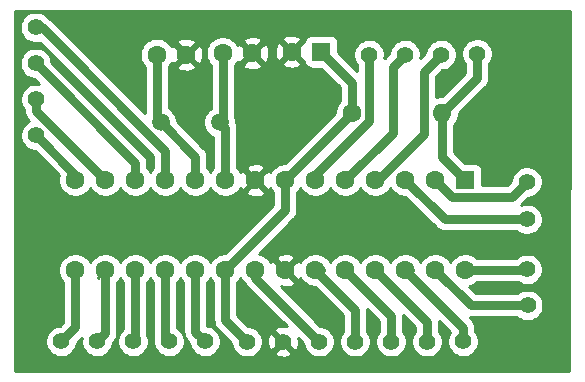
<source format=gbr>
%TF.GenerationSoftware,KiCad,Pcbnew,(5.1.6-0-10_14)*%
%TF.CreationDate,2020-08-15T23:59:51-04:00*%
%TF.ProjectId,atmega328compactboard,61746d65-6761-4333-9238-636f6d706163,rev?*%
%TF.SameCoordinates,Original*%
%TF.FileFunction,Copper,L1,Top*%
%TF.FilePolarity,Positive*%
%FSLAX46Y46*%
G04 Gerber Fmt 4.6, Leading zero omitted, Abs format (unit mm)*
G04 Created by KiCad (PCBNEW (5.1.6-0-10_14)) date 2020-08-15 23:59:51*
%MOMM*%
%LPD*%
G01*
G04 APERTURE LIST*
%TA.AperFunction,ComponentPad*%
%ADD10O,1.600000X1.600000*%
%TD*%
%TA.AperFunction,ComponentPad*%
%ADD11C,1.600000*%
%TD*%
%TA.AperFunction,ComponentPad*%
%ADD12R,1.600000X1.600000*%
%TD*%
%TA.AperFunction,ComponentPad*%
%ADD13C,1.500000*%
%TD*%
%TA.AperFunction,ComponentPad*%
%ADD14C,1.400000*%
%TD*%
%TA.AperFunction,Conductor*%
%ADD15C,0.762000*%
%TD*%
%TA.AperFunction,Conductor*%
%ADD16C,0.254000*%
%TD*%
%TA.AperFunction,Conductor*%
%ADD17C,0.250000*%
%TD*%
G04 APERTURE END LIST*
D10*
%TO.P,R2,2*%
%TO.N,Net-(ATMEGA328-PU1-Pad1)*%
X38531800Y21691600D03*
D11*
%TO.P,R2,1*%
%TO.N,VCC*%
X30911800Y21691600D03*
%TD*%
%TO.P,C1,2*%
%TO.N,GND*%
X25795600Y26898600D03*
D12*
%TO.P,C1,1*%
%TO.N,VCC*%
X28295600Y26898600D03*
%TD*%
D11*
%TO.P,C3,2*%
%TO.N,GND*%
X16865600Y26644600D03*
%TO.P,C3,1*%
%TO.N,Net-(ATMEGA328-PU1-Pad10)*%
X14365600Y26644600D03*
%TD*%
%TO.P,C2,2*%
%TO.N,Net-(ATMEGA328-PU1-Pad9)*%
X19953600Y26771600D03*
%TO.P,C2,1*%
%TO.N,GND*%
X22453600Y26771600D03*
%TD*%
D13*
%TO.P,Y1,2*%
%TO.N,Net-(ATMEGA328-PU1-Pad9)*%
X19706600Y20929600D03*
%TO.P,Y1,1*%
%TO.N,Net-(ATMEGA328-PU1-Pad10)*%
X14706600Y20929600D03*
%TD*%
D11*
%TO.P,ATMEGA328-PU1,28*%
%TO.N,Net-(A5-Pad1)*%
X40507600Y8394733D03*
%TO.P,ATMEGA328-PU1,27*%
%TO.N,Net-(A4-Pad1)*%
X37967600Y8394733D03*
%TO.P,ATMEGA328-PU1,26*%
%TO.N,Net-(A3-Pad1)*%
X35427600Y8394733D03*
%TO.P,ATMEGA328-PU1,25*%
%TO.N,Net-(A2-Pad1)*%
X32887600Y8394733D03*
%TO.P,ATMEGA328-PU1,24*%
%TO.N,Net-(A1-Pad1)*%
X30347600Y8394733D03*
%TO.P,ATMEGA328-PU1,23*%
%TO.N,Net-(A0-Pad1)*%
X27807600Y8394733D03*
%TO.P,ATMEGA328-PU1,22*%
%TO.N,GND*%
X25267600Y8394733D03*
%TO.P,ATMEGA328-PU1,21*%
%TO.N,Net-(AREF1-Pad1)*%
X22727600Y8394733D03*
%TO.P,ATMEGA328-PU1,20*%
%TO.N,VCC*%
X20187600Y8394733D03*
%TO.P,ATMEGA328-PU1,19*%
%TO.N,Net-(ATMEGA328-PU1-Pad19)*%
X17647600Y8394733D03*
%TO.P,ATMEGA328-PU1,18*%
%TO.N,Net-(ATMEGA328-PU1-Pad18)*%
X15107600Y8394733D03*
%TO.P,ATMEGA328-PU1,17*%
%TO.N,Net-(ATMEGA328-PU1-Pad17)*%
X12567600Y8394733D03*
%TO.P,ATMEGA328-PU1,16*%
%TO.N,Net-(ATMEGA328-PU1-Pad16)*%
X10027600Y8394733D03*
%TO.P,ATMEGA328-PU1,15*%
%TO.N,Net-(ATMEGA328-PU1-Pad15)*%
X7487600Y8394733D03*
%TO.P,ATMEGA328-PU1,14*%
%TO.N,Net-(ATMEGA328-PU1-Pad14)*%
X7487600Y16014733D03*
%TO.P,ATMEGA328-PU1,13*%
%TO.N,Net-(ATMEGA328-PU1-Pad13)*%
X10027600Y16014733D03*
%TO.P,ATMEGA328-PU1,12*%
%TO.N,Net-(ATMEGA328-PU1-Pad12)*%
X12567600Y16014733D03*
%TO.P,ATMEGA328-PU1,11*%
%TO.N,Net-(ATMEGA328-PU1-Pad11)*%
X15107600Y16014733D03*
%TO.P,ATMEGA328-PU1,10*%
%TO.N,Net-(ATMEGA328-PU1-Pad10)*%
X17647600Y16014733D03*
%TO.P,ATMEGA328-PU1,9*%
%TO.N,Net-(ATMEGA328-PU1-Pad9)*%
X20187600Y16014733D03*
%TO.P,ATMEGA328-PU1,8*%
%TO.N,GND*%
X22727600Y16014733D03*
%TO.P,ATMEGA328-PU1,7*%
%TO.N,VCC*%
X25267600Y16014733D03*
%TO.P,ATMEGA328-PU1,6*%
%TO.N,Net-(ATMEGA328-PU1-Pad6)*%
X27807600Y16014733D03*
%TO.P,ATMEGA328-PU1,5*%
%TO.N,Net-(ATMEGA328-PU1-Pad5)*%
X30347600Y16014733D03*
%TO.P,ATMEGA328-PU1,4*%
%TO.N,Net-(ATMEGA328-PU1-Pad4)*%
X32887600Y16014733D03*
%TO.P,ATMEGA328-PU1,3*%
%TO.N,Net-(ATMEGA328-PU1-Pad3)*%
X35427600Y16014733D03*
%TO.P,ATMEGA328-PU1,2*%
%TO.N,Net-(ATMEGA328-PU1-Pad2)*%
X37967600Y16014733D03*
D12*
%TO.P,ATMEGA328-PU1,1*%
%TO.N,Net-(ATMEGA328-PU1-Pad1)*%
X40507600Y16014733D03*
%TD*%
D14*
%TO.P,D12,1*%
%TO.N,Net-(ATMEGA328-PU1-Pad18)*%
X15417800Y2362200D03*
%TD*%
%TO.P,D11,1*%
%TO.N,Net-(ATMEGA328-PU1-Pad17)*%
X12369800Y2362200D03*
%TD*%
%TO.P,D10,1*%
%TO.N,Net-(ATMEGA328-PU1-Pad16)*%
X9321800Y2362200D03*
%TD*%
%TO.P,D9,1*%
%TO.N,Net-(ATMEGA328-PU1-Pad15)*%
X6273800Y2362200D03*
%TD*%
%TO.P,D8,1*%
%TO.N,Net-(ATMEGA328-PU1-Pad14)*%
X4140200Y19812000D03*
%TD*%
%TO.P,D7,1*%
%TO.N,Net-(ATMEGA328-PU1-Pad13)*%
X4140200Y22860000D03*
%TD*%
%TO.P,D13,1*%
%TO.N,Net-(ATMEGA328-PU1-Pad19)*%
X18465800Y2362200D03*
%TD*%
%TO.P,D0-RX1,1*%
%TO.N,Net-(ATMEGA328-PU1-Pad2)*%
X45720000Y15875000D03*
%TD*%
%TO.P,D1-TX1,1*%
%TO.N,Net-(ATMEGA328-PU1-Pad3)*%
X45720000Y12700000D03*
%TD*%
%TO.P,D2,1*%
%TO.N,Net-(ATMEGA328-PU1-Pad4)*%
X38455600Y26644600D03*
%TD*%
%TO.P,D3,1*%
%TO.N,Net-(ATMEGA328-PU1-Pad5)*%
X35407600Y26644600D03*
%TD*%
%TO.P,D4,1*%
%TO.N,Net-(ATMEGA328-PU1-Pad6)*%
X32359600Y26644600D03*
%TD*%
%TO.P,D5,1*%
%TO.N,Net-(ATMEGA328-PU1-Pad11)*%
X4114800Y28956000D03*
%TD*%
%TO.P,D6,1*%
%TO.N,Net-(ATMEGA328-PU1-Pad12)*%
X4114800Y25908000D03*
%TD*%
%TO.P,RES1,1*%
%TO.N,Net-(ATMEGA328-PU1-Pad1)*%
X41503600Y26720800D03*
%TD*%
%TO.P,AREF1,1*%
%TO.N,Net-(AREF1-Pad1)*%
X28117800Y2336800D03*
%TD*%
%TO.P,A5,1*%
%TO.N,Net-(A5-Pad1)*%
X45745400Y8458200D03*
%TD*%
%TO.P,A4,1*%
%TO.N,Net-(A4-Pad1)*%
X45770800Y5410200D03*
%TD*%
%TO.P,A3,1*%
%TO.N,Net-(A3-Pad1)*%
X40309800Y2362200D03*
%TD*%
%TO.P,A2,1*%
%TO.N,Net-(A2-Pad1)*%
X37261800Y2336800D03*
%TD*%
%TO.P,A1,1*%
%TO.N,Net-(A1-Pad1)*%
X34213800Y2336800D03*
%TD*%
%TO.P,A0,1*%
%TO.N,Net-(A0-Pad1)*%
X31165800Y2336800D03*
%TD*%
%TO.P,VCC1,1*%
%TO.N,VCC*%
X22021800Y2336800D03*
%TD*%
%TO.P,GND1,1*%
%TO.N,GND*%
X25069800Y2336800D03*
%TD*%
D15*
%TO.N,VCC*%
X25267600Y16014733D02*
X25539733Y16014733D01*
X30911800Y24282400D02*
X28295600Y26898600D01*
X30911800Y21691600D02*
X30911800Y24282400D01*
X25267600Y16047400D02*
X25267600Y16014733D01*
X30911800Y21691600D02*
X25267600Y16047400D01*
X25267600Y13474733D02*
X20187600Y8394733D01*
X25267600Y16014733D02*
X25267600Y13474733D01*
X20187600Y4171000D02*
X22021800Y2336800D01*
X20187600Y8394733D02*
X20187600Y4171000D01*
D16*
%TO.N,Net-(A0-Pad1)*%
X27952667Y8394733D02*
X27807600Y8394733D01*
D15*
X28308267Y8394733D02*
X27807600Y8394733D01*
X31165800Y5036533D02*
X27807600Y8394733D01*
X31165800Y2336800D02*
X31165800Y5036533D01*
D16*
%TO.N,Net-(A1-Pad1)*%
X30619667Y8394733D02*
X30347600Y8394733D01*
D15*
X34213800Y4528533D02*
X30347600Y8394733D01*
X34213800Y2336800D02*
X34213800Y4528533D01*
D16*
%TO.N,Net-(A2-Pad1)*%
X33286667Y8394733D02*
X32887600Y8394733D01*
D15*
X37261800Y4020533D02*
X32887600Y8394733D01*
X37261800Y2336800D02*
X37261800Y4020533D01*
D16*
%TO.N,Net-(A3-Pad1)*%
X35953667Y8394733D02*
X35427600Y8394733D01*
D15*
X35427600Y8394733D02*
X35843798Y8394733D01*
X40309800Y3512533D02*
X35427600Y8394733D01*
X40309800Y2362200D02*
X40309800Y3512533D01*
%TO.N,Net-(A4-Pad1)*%
X40952133Y5410200D02*
X37967600Y8394733D01*
X45770800Y5410200D02*
X40952133Y5410200D01*
D16*
%TO.N,Net-(A5-Pad1)*%
X40571067Y8458200D02*
X40507600Y8394733D01*
D15*
X45681933Y8394733D02*
X45745400Y8458200D01*
X40507600Y8394733D02*
X45681933Y8394733D01*
%TO.N,Net-(AREF1-Pad1)*%
X22727600Y7727000D02*
X22727600Y8394733D01*
X28117800Y2336800D02*
X22727600Y7727000D01*
D17*
%TO.N,Net-(ATMEGA328-PU1-Pad19)*%
X17500600Y8247733D02*
X17647600Y8394733D01*
D15*
X17647600Y3180400D02*
X18465800Y2362200D01*
X17647600Y8394733D02*
X17647600Y3180400D01*
D17*
%TO.N,Net-(ATMEGA328-PU1-Pad18)*%
X14706600Y7993733D02*
X15107600Y8394733D01*
D15*
X15107600Y2672400D02*
X15417800Y2362200D01*
X15107600Y8394733D02*
X15107600Y2672400D01*
%TO.N,Net-(ATMEGA328-PU1-Pad17)*%
X12567600Y2560000D02*
X12369800Y2362200D01*
X12567600Y8394733D02*
X12567600Y2560000D01*
D17*
%TO.N,Net-(ATMEGA328-PU1-Pad16)*%
X9372600Y7739733D02*
X10027600Y8394733D01*
D15*
X10027600Y3068000D02*
X9321800Y2362200D01*
X10027600Y8394733D02*
X10027600Y3068000D01*
D17*
%TO.N,Net-(ATMEGA328-PU1-Pad15)*%
X7487600Y8394733D02*
X7487600Y7137590D01*
D15*
X7487600Y3576000D02*
X6273800Y2362200D01*
X7487600Y8394733D02*
X7487600Y3576000D01*
%TO.N,Net-(ATMEGA328-PU1-Pad14)*%
X7487600Y16464600D02*
X4140200Y19812000D01*
X7487600Y16014733D02*
X7487600Y16464600D01*
%TO.N,Net-(ATMEGA328-PU1-Pad13)*%
X4140200Y21902133D02*
X4140200Y22860000D01*
X10027600Y16014733D02*
X4140200Y21902133D01*
%TO.N,Net-(ATMEGA328-PU1-Pad12)*%
X12567600Y17455200D02*
X4114800Y25908000D01*
X12567600Y16014733D02*
X12567600Y17455200D01*
%TO.N,Net-(ATMEGA328-PU1-Pad11)*%
X4630398Y28956000D02*
X4114800Y28956000D01*
X15107600Y18478798D02*
X4630398Y28956000D01*
X15107600Y16014733D02*
X15107600Y18478798D01*
D16*
%TO.N,Net-(ATMEGA328-PU1-Pad10)*%
X14706600Y26303600D02*
X14365600Y26644600D01*
D15*
X17647600Y17988600D02*
X14706600Y20929600D01*
X17647600Y16014733D02*
X17647600Y17988600D01*
X14365600Y21270600D02*
X14706600Y20929600D01*
X14365600Y26644600D02*
X14365600Y21270600D01*
D17*
%TO.N,Net-(ATMEGA328-PU1-Pad9)*%
X20187600Y16014733D02*
X20129467Y16014733D01*
D16*
X19706600Y26524600D02*
X19953600Y26771600D01*
D15*
X20187600Y20448600D02*
X19706600Y20929600D01*
X20187600Y16014733D02*
X20187600Y20448600D01*
X19953600Y21176600D02*
X19706600Y20929600D01*
X19953600Y26771600D02*
X19953600Y21176600D01*
%TO.N,Net-(ATMEGA328-PU1-Pad6)*%
X27807600Y16463598D02*
X27807600Y16014733D01*
X32359600Y21015598D02*
X27807600Y16463598D01*
X32359600Y26644600D02*
X32359600Y21015598D01*
%TO.N,Net-(ATMEGA328-PU1-Pad5)*%
X34366190Y20033323D02*
X30347600Y16014733D01*
X34366190Y25603190D02*
X34366190Y20033323D01*
X35407600Y26644600D02*
X34366190Y25603190D01*
%TO.N,Net-(ATMEGA328-PU1-Pad4)*%
X33076310Y16014733D02*
X32887600Y16014733D01*
X37015143Y25204143D02*
X37015143Y19953566D01*
X37015143Y19953566D02*
X33076310Y16014733D01*
X38455600Y26644600D02*
X37015143Y25204143D01*
%TO.N,Net-(ATMEGA328-PU1-Pad3)*%
X38742333Y12700000D02*
X35427600Y16014733D01*
X45720000Y12700000D02*
X38742333Y12700000D01*
%TO.N,Net-(ATMEGA328-PU1-Pad2)*%
X39402601Y14579732D02*
X37967600Y16014733D01*
X44424732Y14579732D02*
X39402601Y14579732D01*
X45720000Y15875000D02*
X44424732Y14579732D01*
%TO.N,Net-(ATMEGA328-PU1-Pad1)*%
X41503600Y24663400D02*
X38531800Y21691600D01*
X41503600Y26720800D02*
X41503600Y24663400D01*
X38531800Y17990533D02*
X40507600Y16014733D01*
X38531800Y21691600D02*
X38531800Y17990533D01*
%TD*%
D16*
%TO.N,GND*%
G36*
X49252579Y-177506D02*
G01*
X2412600Y-128097D01*
X2412600Y2493686D01*
X4938800Y2493686D01*
X4938800Y2230714D01*
X4990104Y1972795D01*
X5090739Y1729841D01*
X5236838Y1511187D01*
X5422787Y1325238D01*
X5641441Y1179139D01*
X5884395Y1078504D01*
X6142314Y1027200D01*
X6405286Y1027200D01*
X6663205Y1078504D01*
X6906159Y1179139D01*
X7124813Y1325238D01*
X7310762Y1511187D01*
X7456861Y1729841D01*
X7557496Y1972795D01*
X7608800Y2230714D01*
X7608800Y2260359D01*
X8022723Y2674283D01*
X7986800Y2493686D01*
X7986800Y2230714D01*
X8038104Y1972795D01*
X8138739Y1729841D01*
X8284838Y1511187D01*
X8470787Y1325238D01*
X8689441Y1179139D01*
X8932395Y1078504D01*
X9190314Y1027200D01*
X9453286Y1027200D01*
X9711205Y1078504D01*
X9954159Y1179139D01*
X10172813Y1325238D01*
X10358762Y1511187D01*
X10504861Y1729841D01*
X10605496Y1972795D01*
X10656800Y2230714D01*
X10656800Y2260359D01*
X10710733Y2314292D01*
X10749496Y2346104D01*
X10876460Y2500810D01*
X10941503Y2622498D01*
X10970802Y2677312D01*
X11028898Y2868829D01*
X11048515Y3068000D01*
X11043600Y3117902D01*
X11043600Y7381337D01*
X11142237Y7479974D01*
X11297600Y7712492D01*
X11452963Y7479974D01*
X11551600Y7381337D01*
X11551601Y3421087D01*
X11518787Y3399162D01*
X11332838Y3213213D01*
X11186739Y2994559D01*
X11086104Y2751605D01*
X11034800Y2493686D01*
X11034800Y2230714D01*
X11086104Y1972795D01*
X11186739Y1729841D01*
X11332838Y1511187D01*
X11518787Y1325238D01*
X11737441Y1179139D01*
X11980395Y1078504D01*
X12238314Y1027200D01*
X12501286Y1027200D01*
X12759205Y1078504D01*
X13002159Y1179139D01*
X13220813Y1325238D01*
X13406762Y1511187D01*
X13552861Y1729841D01*
X13653496Y1972795D01*
X13704800Y2230714D01*
X13704800Y2493686D01*
X13653496Y2751605D01*
X13583600Y2920349D01*
X13583600Y7381337D01*
X13682237Y7479974D01*
X13837600Y7712492D01*
X13992963Y7479974D01*
X14091600Y7381337D01*
X14091601Y2722312D01*
X14086685Y2672400D01*
X14097171Y2565934D01*
X14082800Y2493686D01*
X14082800Y2230714D01*
X14134104Y1972795D01*
X14234739Y1729841D01*
X14380838Y1511187D01*
X14566787Y1325238D01*
X14785441Y1179139D01*
X15028395Y1078504D01*
X15286314Y1027200D01*
X15549286Y1027200D01*
X15807205Y1078504D01*
X16050159Y1179139D01*
X16268813Y1325238D01*
X16454762Y1511187D01*
X16600861Y1729841D01*
X16701496Y1972795D01*
X16752800Y2230714D01*
X16752800Y2493686D01*
X16701496Y2751605D01*
X16600861Y2994559D01*
X16454762Y3213213D01*
X16268813Y3399162D01*
X16123600Y3496190D01*
X16123600Y7381337D01*
X16222237Y7479974D01*
X16377600Y7712492D01*
X16532963Y7479974D01*
X16631600Y7381337D01*
X16631601Y3230312D01*
X16626685Y3180400D01*
X16646302Y2981230D01*
X16665433Y2918166D01*
X16704399Y2789713D01*
X16798741Y2613210D01*
X16925705Y2458504D01*
X16964467Y2426692D01*
X17130800Y2260360D01*
X17130800Y2230714D01*
X17182104Y1972795D01*
X17282739Y1729841D01*
X17428838Y1511187D01*
X17614787Y1325238D01*
X17833441Y1179139D01*
X18076395Y1078504D01*
X18334314Y1027200D01*
X18597286Y1027200D01*
X18855205Y1078504D01*
X19098159Y1179139D01*
X19316813Y1325238D01*
X19502762Y1511187D01*
X19648861Y1729841D01*
X19749496Y1972795D01*
X19800800Y2230714D01*
X19800800Y2493686D01*
X19749496Y2751605D01*
X19648861Y2994559D01*
X19502762Y3213213D01*
X19316813Y3399162D01*
X19098159Y3545261D01*
X18855205Y3645896D01*
X18663600Y3684009D01*
X18663600Y7381337D01*
X18762237Y7479974D01*
X18917600Y7712492D01*
X19072963Y7479974D01*
X19171600Y7381337D01*
X19171601Y4220912D01*
X19166685Y4171000D01*
X19186302Y3971830D01*
X19236413Y3806638D01*
X19244399Y3780313D01*
X19338741Y3603810D01*
X19465705Y3449104D01*
X19504468Y3417292D01*
X20686800Y2234959D01*
X20686800Y2205314D01*
X20738104Y1947395D01*
X20838739Y1704441D01*
X20984838Y1485787D01*
X21170787Y1299838D01*
X21389441Y1153739D01*
X21632395Y1053104D01*
X21890314Y1001800D01*
X22153286Y1001800D01*
X22411205Y1053104D01*
X22654159Y1153739D01*
X22872813Y1299838D01*
X22988506Y1415531D01*
X24328136Y1415531D01*
X24387597Y1181763D01*
X24626042Y1070866D01*
X24881540Y1008617D01*
X25144273Y997410D01*
X25404144Y1037675D01*
X25651166Y1127865D01*
X25752003Y1181763D01*
X25811464Y1415531D01*
X25069800Y2157195D01*
X24328136Y1415531D01*
X22988506Y1415531D01*
X23058762Y1485787D01*
X23204861Y1704441D01*
X23305496Y1947395D01*
X23356800Y2205314D01*
X23356800Y2262327D01*
X23730410Y2262327D01*
X23770675Y2002456D01*
X23860865Y1755434D01*
X23914763Y1654597D01*
X24148531Y1595136D01*
X24890195Y2336800D01*
X24148531Y3078464D01*
X23914763Y3019003D01*
X23803866Y2780558D01*
X23741617Y2525060D01*
X23730410Y2262327D01*
X23356800Y2262327D01*
X23356800Y2468286D01*
X23305496Y2726205D01*
X23204861Y2969159D01*
X23058762Y3187813D01*
X22872813Y3373762D01*
X22654159Y3519861D01*
X22411205Y3620496D01*
X22153286Y3671800D01*
X22123641Y3671800D01*
X21203600Y4591840D01*
X21203600Y7381337D01*
X21302237Y7479974D01*
X21457600Y7712492D01*
X21612963Y7479974D01*
X21812841Y7280096D01*
X21815339Y7278427D01*
X21878740Y7159810D01*
X22005704Y7005104D01*
X22044472Y6973288D01*
X25383286Y3634473D01*
X25258060Y3664983D01*
X24995327Y3676190D01*
X24735456Y3635925D01*
X24488434Y3545735D01*
X24387597Y3491837D01*
X24328136Y3258069D01*
X25069800Y2516405D01*
X25083943Y2530548D01*
X25263548Y2350943D01*
X25249405Y2336800D01*
X25991069Y1595136D01*
X26224837Y1654597D01*
X26335734Y1893042D01*
X26397983Y2148540D01*
X26409190Y2411273D01*
X26373016Y2644744D01*
X26782800Y2234959D01*
X26782800Y2205314D01*
X26834104Y1947395D01*
X26934739Y1704441D01*
X27080838Y1485787D01*
X27266787Y1299838D01*
X27485441Y1153739D01*
X27728395Y1053104D01*
X27986314Y1001800D01*
X28249286Y1001800D01*
X28507205Y1053104D01*
X28750159Y1153739D01*
X28968813Y1299838D01*
X29154762Y1485787D01*
X29300861Y1704441D01*
X29401496Y1947395D01*
X29452800Y2205314D01*
X29452800Y2468286D01*
X29401496Y2726205D01*
X29300861Y2969159D01*
X29154762Y3187813D01*
X28968813Y3373762D01*
X28750159Y3519861D01*
X28507205Y3620496D01*
X28249286Y3671800D01*
X28219641Y3671800D01*
X24878592Y7012849D01*
X25055784Y6968433D01*
X25338112Y6954516D01*
X25617730Y6995946D01*
X25883892Y7091130D01*
X26009114Y7158062D01*
X26080697Y7402031D01*
X25267600Y8215128D01*
X25253458Y8200986D01*
X25073853Y8380591D01*
X25087995Y8394733D01*
X25447205Y8394733D01*
X26260302Y7581636D01*
X26504271Y7653219D01*
X26534794Y7717725D01*
X26535920Y7715006D01*
X26692963Y7479974D01*
X26892841Y7280096D01*
X27127873Y7123053D01*
X27389026Y7014880D01*
X27666265Y6959733D01*
X27805760Y6959733D01*
X30149801Y4615691D01*
X30149800Y3208775D01*
X30128838Y3187813D01*
X29982739Y2969159D01*
X29882104Y2726205D01*
X29830800Y2468286D01*
X29830800Y2205314D01*
X29882104Y1947395D01*
X29982739Y1704441D01*
X30128838Y1485787D01*
X30314787Y1299838D01*
X30533441Y1153739D01*
X30776395Y1053104D01*
X31034314Y1001800D01*
X31297286Y1001800D01*
X31555205Y1053104D01*
X31798159Y1153739D01*
X32016813Y1299838D01*
X32202762Y1485787D01*
X32348861Y1704441D01*
X32449496Y1947395D01*
X32500800Y2205314D01*
X32500800Y2468286D01*
X32449496Y2726205D01*
X32348861Y2969159D01*
X32202762Y3187813D01*
X32181800Y3208775D01*
X32181800Y4986631D01*
X32186715Y5036533D01*
X32177729Y5127763D01*
X33197801Y4107691D01*
X33197800Y3208775D01*
X33176838Y3187813D01*
X33030739Y2969159D01*
X32930104Y2726205D01*
X32878800Y2468286D01*
X32878800Y2205314D01*
X32930104Y1947395D01*
X33030739Y1704441D01*
X33176838Y1485787D01*
X33362787Y1299838D01*
X33581441Y1153739D01*
X33824395Y1053104D01*
X34082314Y1001800D01*
X34345286Y1001800D01*
X34603205Y1053104D01*
X34846159Y1153739D01*
X35064813Y1299838D01*
X35250762Y1485787D01*
X35396861Y1704441D01*
X35497496Y1947395D01*
X35548800Y2205314D01*
X35548800Y2468286D01*
X35497496Y2726205D01*
X35396861Y2969159D01*
X35250762Y3187813D01*
X35229800Y3208775D01*
X35229800Y4478640D01*
X35234714Y4528534D01*
X35229800Y4578428D01*
X35229800Y4578435D01*
X35225729Y4619763D01*
X36245801Y3599691D01*
X36245801Y3208776D01*
X36224838Y3187813D01*
X36078739Y2969159D01*
X35978104Y2726205D01*
X35926800Y2468286D01*
X35926800Y2205314D01*
X35978104Y1947395D01*
X36078739Y1704441D01*
X36224838Y1485787D01*
X36410787Y1299838D01*
X36629441Y1153739D01*
X36872395Y1053104D01*
X37130314Y1001800D01*
X37393286Y1001800D01*
X37651205Y1053104D01*
X37894159Y1153739D01*
X38112813Y1299838D01*
X38298762Y1485787D01*
X38444861Y1704441D01*
X38545496Y1947395D01*
X38596800Y2205314D01*
X38596800Y2468286D01*
X38545496Y2726205D01*
X38444861Y2969159D01*
X38298762Y3187813D01*
X38277800Y3208775D01*
X38277800Y3970631D01*
X38282715Y4020533D01*
X38273729Y4111763D01*
X39232560Y3152932D01*
X39126739Y2994559D01*
X39026104Y2751605D01*
X38974800Y2493686D01*
X38974800Y2230714D01*
X39026104Y1972795D01*
X39126739Y1729841D01*
X39272838Y1511187D01*
X39458787Y1325238D01*
X39677441Y1179139D01*
X39920395Y1078504D01*
X40178314Y1027200D01*
X40441286Y1027200D01*
X40699205Y1078504D01*
X40942159Y1179139D01*
X41160813Y1325238D01*
X41346762Y1511187D01*
X41492861Y1729841D01*
X41593496Y1972795D01*
X41644800Y2230714D01*
X41644800Y2493686D01*
X41593496Y2751605D01*
X41492861Y2994559D01*
X41346762Y3213213D01*
X41325800Y3234175D01*
X41325800Y3462640D01*
X41330714Y3512534D01*
X41325800Y3562428D01*
X41325800Y3562435D01*
X41311098Y3711704D01*
X41253002Y3903220D01*
X41158660Y4079723D01*
X41031696Y4234429D01*
X40992933Y4266241D01*
X40860904Y4398270D01*
X40952132Y4389285D01*
X41002034Y4394200D01*
X44898825Y4394200D01*
X44919787Y4373238D01*
X45138441Y4227139D01*
X45381395Y4126504D01*
X45639314Y4075200D01*
X45902286Y4075200D01*
X46160205Y4126504D01*
X46403159Y4227139D01*
X46621813Y4373238D01*
X46807762Y4559187D01*
X46953861Y4777841D01*
X47054496Y5020795D01*
X47105800Y5278714D01*
X47105800Y5541686D01*
X47054496Y5799605D01*
X46953861Y6042559D01*
X46807762Y6261213D01*
X46621813Y6447162D01*
X46403159Y6593261D01*
X46160205Y6693896D01*
X45902286Y6745200D01*
X45639314Y6745200D01*
X45381395Y6693896D01*
X45138441Y6593261D01*
X44919787Y6447162D01*
X44898825Y6426200D01*
X41372974Y6426200D01*
X40807833Y6991340D01*
X40926174Y7014880D01*
X41187327Y7123053D01*
X41422359Y7280096D01*
X41520996Y7378733D01*
X44958001Y7378733D01*
X45113041Y7275139D01*
X45355995Y7174504D01*
X45613914Y7123200D01*
X45876886Y7123200D01*
X46134805Y7174504D01*
X46377759Y7275139D01*
X46596413Y7421238D01*
X46782362Y7607187D01*
X46928461Y7825841D01*
X47029096Y8068795D01*
X47080400Y8326714D01*
X47080400Y8589686D01*
X47029096Y8847605D01*
X46928461Y9090559D01*
X46782362Y9309213D01*
X46596413Y9495162D01*
X46377759Y9641261D01*
X46134805Y9741896D01*
X45876886Y9793200D01*
X45613914Y9793200D01*
X45355995Y9741896D01*
X45113041Y9641261D01*
X44894387Y9495162D01*
X44809958Y9410733D01*
X41520996Y9410733D01*
X41422359Y9509370D01*
X41187327Y9666413D01*
X40926174Y9774586D01*
X40648935Y9829733D01*
X40366265Y9829733D01*
X40089026Y9774586D01*
X39827873Y9666413D01*
X39592841Y9509370D01*
X39392963Y9309492D01*
X39237600Y9076974D01*
X39082237Y9309492D01*
X38882359Y9509370D01*
X38647327Y9666413D01*
X38386174Y9774586D01*
X38108935Y9829733D01*
X37826265Y9829733D01*
X37549026Y9774586D01*
X37287873Y9666413D01*
X37052841Y9509370D01*
X36852963Y9309492D01*
X36697600Y9076974D01*
X36542237Y9309492D01*
X36342359Y9509370D01*
X36107327Y9666413D01*
X35846174Y9774586D01*
X35568935Y9829733D01*
X35286265Y9829733D01*
X35009026Y9774586D01*
X34747873Y9666413D01*
X34512841Y9509370D01*
X34312963Y9309492D01*
X34157600Y9076974D01*
X34002237Y9309492D01*
X33802359Y9509370D01*
X33567327Y9666413D01*
X33306174Y9774586D01*
X33028935Y9829733D01*
X32746265Y9829733D01*
X32469026Y9774586D01*
X32207873Y9666413D01*
X31972841Y9509370D01*
X31772963Y9309492D01*
X31617600Y9076974D01*
X31462237Y9309492D01*
X31262359Y9509370D01*
X31027327Y9666413D01*
X30766174Y9774586D01*
X30488935Y9829733D01*
X30206265Y9829733D01*
X29929026Y9774586D01*
X29667873Y9666413D01*
X29432841Y9509370D01*
X29232963Y9309492D01*
X29077600Y9076974D01*
X28922237Y9309492D01*
X28722359Y9509370D01*
X28487327Y9666413D01*
X28226174Y9774586D01*
X27948935Y9829733D01*
X27666265Y9829733D01*
X27389026Y9774586D01*
X27127873Y9666413D01*
X26892841Y9509370D01*
X26692963Y9309492D01*
X26536685Y9075605D01*
X26504271Y9136247D01*
X26260302Y9207830D01*
X25447205Y8394733D01*
X25087995Y8394733D01*
X24274898Y9207830D01*
X24030929Y9136247D01*
X24000406Y9071741D01*
X23999280Y9074460D01*
X23842237Y9309492D01*
X23764294Y9387435D01*
X24454503Y9387435D01*
X25267600Y8574338D01*
X26080697Y9387435D01*
X26009114Y9631404D01*
X25753604Y9752304D01*
X25479416Y9821033D01*
X25197088Y9834950D01*
X24917470Y9793520D01*
X24651308Y9698336D01*
X24526086Y9631404D01*
X24454503Y9387435D01*
X23764294Y9387435D01*
X23642359Y9509370D01*
X23407327Y9666413D01*
X23146174Y9774586D01*
X23027833Y9798126D01*
X25950733Y12721025D01*
X25989496Y12752837D01*
X26116460Y12907543D01*
X26177940Y13022565D01*
X26210802Y13084045D01*
X26268898Y13275562D01*
X26288515Y13474733D01*
X26283600Y13524635D01*
X26283600Y15001337D01*
X26382237Y15099974D01*
X26537600Y15332492D01*
X26692963Y15099974D01*
X26892841Y14900096D01*
X27127873Y14743053D01*
X27389026Y14634880D01*
X27666265Y14579733D01*
X27948935Y14579733D01*
X28226174Y14634880D01*
X28487327Y14743053D01*
X28722359Y14900096D01*
X28922237Y15099974D01*
X29077600Y15332492D01*
X29232963Y15099974D01*
X29432841Y14900096D01*
X29667873Y14743053D01*
X29929026Y14634880D01*
X30206265Y14579733D01*
X30488935Y14579733D01*
X30766174Y14634880D01*
X31027327Y14743053D01*
X31262359Y14900096D01*
X31462237Y15099974D01*
X31617600Y15332492D01*
X31772963Y15099974D01*
X31972841Y14900096D01*
X32207873Y14743053D01*
X32469026Y14634880D01*
X32746265Y14579733D01*
X33028935Y14579733D01*
X33306174Y14634880D01*
X33567327Y14743053D01*
X33802359Y14900096D01*
X34002237Y15099974D01*
X34157600Y15332492D01*
X34312963Y15099974D01*
X34512841Y14900096D01*
X34747873Y14743053D01*
X35009026Y14634880D01*
X35286265Y14579733D01*
X35425760Y14579733D01*
X37988625Y12016867D01*
X38020437Y11978104D01*
X38175143Y11851140D01*
X38351646Y11756798D01*
X38485065Y11716326D01*
X38543161Y11698702D01*
X38562510Y11696796D01*
X38692431Y11684000D01*
X38692438Y11684000D01*
X38742332Y11679086D01*
X38792226Y11684000D01*
X44848025Y11684000D01*
X44868987Y11663038D01*
X45087641Y11516939D01*
X45330595Y11416304D01*
X45588514Y11365000D01*
X45851486Y11365000D01*
X46109405Y11416304D01*
X46352359Y11516939D01*
X46571013Y11663038D01*
X46756962Y11848987D01*
X46903061Y12067641D01*
X47003696Y12310595D01*
X47055000Y12568514D01*
X47055000Y12831486D01*
X47003696Y13089405D01*
X46903061Y13332359D01*
X46756962Y13551013D01*
X46571013Y13736962D01*
X46352359Y13883061D01*
X46109405Y13983696D01*
X45851486Y14035000D01*
X45588514Y14035000D01*
X45330595Y13983696D01*
X45219532Y13937692D01*
X45821841Y14540000D01*
X45851486Y14540000D01*
X46109405Y14591304D01*
X46352359Y14691939D01*
X46571013Y14838038D01*
X46756962Y15023987D01*
X46903061Y15242641D01*
X47003696Y15485595D01*
X47055000Y15743514D01*
X47055000Y16006486D01*
X47003696Y16264405D01*
X46903061Y16507359D01*
X46756962Y16726013D01*
X46571013Y16911962D01*
X46352359Y17058061D01*
X46109405Y17158696D01*
X45851486Y17210000D01*
X45588514Y17210000D01*
X45330595Y17158696D01*
X45087641Y17058061D01*
X44868987Y16911962D01*
X44683038Y16726013D01*
X44536939Y16507359D01*
X44436304Y16264405D01*
X44385000Y16006486D01*
X44385000Y15976841D01*
X44003892Y15595732D01*
X41945672Y15595732D01*
X41945672Y16814733D01*
X41933412Y16939215D01*
X41897102Y17058913D01*
X41838137Y17169227D01*
X41758785Y17265918D01*
X41662094Y17345270D01*
X41551780Y17404235D01*
X41432082Y17440545D01*
X41307600Y17452805D01*
X40506369Y17452805D01*
X39547800Y18411373D01*
X39547800Y20678204D01*
X39646437Y20776841D01*
X39803480Y21011873D01*
X39911653Y21273026D01*
X39966800Y21550265D01*
X39966800Y21689760D01*
X42186733Y23909692D01*
X42225496Y23941504D01*
X42352460Y24096210D01*
X42413940Y24211232D01*
X42446802Y24272712D01*
X42504898Y24464229D01*
X42524515Y24663400D01*
X42519600Y24713302D01*
X42519600Y25848825D01*
X42540562Y25869787D01*
X42686661Y26088441D01*
X42787296Y26331395D01*
X42838600Y26589314D01*
X42838600Y26852286D01*
X42787296Y27110205D01*
X42686661Y27353159D01*
X42540562Y27571813D01*
X42354613Y27757762D01*
X42135959Y27903861D01*
X41893005Y28004496D01*
X41635086Y28055800D01*
X41372114Y28055800D01*
X41114195Y28004496D01*
X40871241Y27903861D01*
X40652587Y27757762D01*
X40466638Y27571813D01*
X40320539Y27353159D01*
X40219904Y27110205D01*
X40168600Y26852286D01*
X40168600Y26589314D01*
X40219904Y26331395D01*
X40320539Y26088441D01*
X40466638Y25869787D01*
X40487600Y25848825D01*
X40487601Y25084242D01*
X38529960Y23126600D01*
X38390465Y23126600D01*
X38113226Y23071453D01*
X38031143Y23037453D01*
X38031143Y24783303D01*
X38557441Y25309600D01*
X38587086Y25309600D01*
X38845005Y25360904D01*
X39087959Y25461539D01*
X39306613Y25607638D01*
X39492562Y25793587D01*
X39638661Y26012241D01*
X39739296Y26255195D01*
X39790600Y26513114D01*
X39790600Y26776086D01*
X39739296Y27034005D01*
X39638661Y27276959D01*
X39492562Y27495613D01*
X39306613Y27681562D01*
X39087959Y27827661D01*
X38845005Y27928296D01*
X38587086Y27979600D01*
X38324114Y27979600D01*
X38066195Y27928296D01*
X37823241Y27827661D01*
X37604587Y27681562D01*
X37418638Y27495613D01*
X37272539Y27276959D01*
X37171904Y27034005D01*
X37120600Y26776086D01*
X37120600Y26746441D01*
X36706676Y26332517D01*
X36742600Y26513114D01*
X36742600Y26776086D01*
X36691296Y27034005D01*
X36590661Y27276959D01*
X36444562Y27495613D01*
X36258613Y27681562D01*
X36039959Y27827661D01*
X35797005Y27928296D01*
X35539086Y27979600D01*
X35276114Y27979600D01*
X35018195Y27928296D01*
X34775241Y27827661D01*
X34556587Y27681562D01*
X34370638Y27495613D01*
X34224539Y27276959D01*
X34123904Y27034005D01*
X34072600Y26776086D01*
X34072600Y26746440D01*
X33683062Y26356902D01*
X33659716Y26337742D01*
X33694600Y26513114D01*
X33694600Y26776086D01*
X33643296Y27034005D01*
X33542661Y27276959D01*
X33396562Y27495613D01*
X33210613Y27681562D01*
X32991959Y27827661D01*
X32749005Y27928296D01*
X32491086Y27979600D01*
X32228114Y27979600D01*
X31970195Y27928296D01*
X31727241Y27827661D01*
X31508587Y27681562D01*
X31322638Y27495613D01*
X31176539Y27276959D01*
X31075904Y27034005D01*
X31024600Y26776086D01*
X31024600Y26513114D01*
X31075904Y26255195D01*
X31176539Y26012241D01*
X31322638Y25793587D01*
X31343600Y25772625D01*
X31343600Y25287441D01*
X29733672Y26897368D01*
X29733672Y27698600D01*
X29721412Y27823082D01*
X29685102Y27942780D01*
X29626137Y28053094D01*
X29546785Y28149785D01*
X29450094Y28229137D01*
X29339780Y28288102D01*
X29220082Y28324412D01*
X29095600Y28336672D01*
X27495600Y28336672D01*
X27371118Y28324412D01*
X27251420Y28288102D01*
X27141106Y28229137D01*
X27044415Y28149785D01*
X26965063Y28053094D01*
X26906098Y27942780D01*
X26869788Y27823082D01*
X26857528Y27698600D01*
X26857528Y27691385D01*
X26788302Y27711697D01*
X25975205Y26898600D01*
X26788302Y26085503D01*
X26857528Y26105815D01*
X26857528Y26098600D01*
X26869788Y25974118D01*
X26906098Y25854420D01*
X26965063Y25744106D01*
X27044415Y25647415D01*
X27141106Y25568063D01*
X27251420Y25509098D01*
X27371118Y25472788D01*
X27495600Y25460528D01*
X28296832Y25460528D01*
X29895801Y23861558D01*
X29895800Y22704996D01*
X29797163Y22606359D01*
X29640120Y22371327D01*
X29531947Y22110174D01*
X29476800Y21832935D01*
X29476800Y21693441D01*
X25233093Y17449733D01*
X25126265Y17449733D01*
X24849026Y17394586D01*
X24587873Y17286413D01*
X24352841Y17129370D01*
X24152963Y16929492D01*
X23996685Y16695605D01*
X23964271Y16756247D01*
X23720302Y16827830D01*
X22907205Y16014733D01*
X23720302Y15201636D01*
X23964271Y15273219D01*
X23994794Y15337725D01*
X23995920Y15335006D01*
X24152963Y15099974D01*
X24251600Y15001337D01*
X24251601Y13895575D01*
X20185760Y9829733D01*
X20046265Y9829733D01*
X19769026Y9774586D01*
X19507873Y9666413D01*
X19272841Y9509370D01*
X19072963Y9309492D01*
X18917600Y9076974D01*
X18762237Y9309492D01*
X18562359Y9509370D01*
X18327327Y9666413D01*
X18066174Y9774586D01*
X17788935Y9829733D01*
X17506265Y9829733D01*
X17229026Y9774586D01*
X16967873Y9666413D01*
X16732841Y9509370D01*
X16532963Y9309492D01*
X16377600Y9076974D01*
X16222237Y9309492D01*
X16022359Y9509370D01*
X15787327Y9666413D01*
X15526174Y9774586D01*
X15248935Y9829733D01*
X14966265Y9829733D01*
X14689026Y9774586D01*
X14427873Y9666413D01*
X14192841Y9509370D01*
X13992963Y9309492D01*
X13837600Y9076974D01*
X13682237Y9309492D01*
X13482359Y9509370D01*
X13247327Y9666413D01*
X12986174Y9774586D01*
X12708935Y9829733D01*
X12426265Y9829733D01*
X12149026Y9774586D01*
X11887873Y9666413D01*
X11652841Y9509370D01*
X11452963Y9309492D01*
X11297600Y9076974D01*
X11142237Y9309492D01*
X10942359Y9509370D01*
X10707327Y9666413D01*
X10446174Y9774586D01*
X10168935Y9829733D01*
X9886265Y9829733D01*
X9609026Y9774586D01*
X9347873Y9666413D01*
X9112841Y9509370D01*
X8912963Y9309492D01*
X8757600Y9076974D01*
X8602237Y9309492D01*
X8402359Y9509370D01*
X8167327Y9666413D01*
X7906174Y9774586D01*
X7628935Y9829733D01*
X7346265Y9829733D01*
X7069026Y9774586D01*
X6807873Y9666413D01*
X6572841Y9509370D01*
X6372963Y9309492D01*
X6215920Y9074460D01*
X6107747Y8813307D01*
X6052600Y8536068D01*
X6052600Y8253398D01*
X6107747Y7976159D01*
X6215920Y7715006D01*
X6372963Y7479974D01*
X6471600Y7381337D01*
X6471601Y3996842D01*
X6171959Y3697200D01*
X6142314Y3697200D01*
X5884395Y3645896D01*
X5641441Y3545261D01*
X5422787Y3399162D01*
X5236838Y3213213D01*
X5090739Y2994559D01*
X4990104Y2751605D01*
X4938800Y2493686D01*
X2412600Y2493686D01*
X2412600Y29087486D01*
X2779800Y29087486D01*
X2779800Y28824514D01*
X2831104Y28566595D01*
X2931739Y28323641D01*
X3077838Y28104987D01*
X3263787Y27919038D01*
X3482441Y27772939D01*
X3725395Y27672304D01*
X3983314Y27621000D01*
X4246286Y27621000D01*
X4481725Y27667832D01*
X14091601Y18057956D01*
X14091600Y17028129D01*
X13992963Y16929492D01*
X13837600Y16696974D01*
X13682237Y16929492D01*
X13583600Y17028129D01*
X13583600Y17405307D01*
X13588514Y17455201D01*
X13583600Y17505095D01*
X13583600Y17505102D01*
X13568898Y17654371D01*
X13510802Y17845887D01*
X13416460Y18022390D01*
X13289496Y18177096D01*
X13250733Y18208908D01*
X5449800Y26009840D01*
X5449800Y26039486D01*
X5398496Y26297405D01*
X5297861Y26540359D01*
X5151762Y26759013D01*
X4965813Y26944962D01*
X4747159Y27091061D01*
X4504205Y27191696D01*
X4246286Y27243000D01*
X3983314Y27243000D01*
X3725395Y27191696D01*
X3482441Y27091061D01*
X3263787Y26944962D01*
X3077838Y26759013D01*
X2931739Y26540359D01*
X2831104Y26297405D01*
X2779800Y26039486D01*
X2779800Y25776514D01*
X2831104Y25518595D01*
X2931739Y25275641D01*
X3077838Y25056987D01*
X3263787Y24871038D01*
X3482441Y24724939D01*
X3725395Y24624304D01*
X3983314Y24573000D01*
X4012960Y24573000D01*
X4420576Y24165383D01*
X4271686Y24195000D01*
X4008714Y24195000D01*
X3750795Y24143696D01*
X3507841Y24043061D01*
X3289187Y23896962D01*
X3103238Y23711013D01*
X2957139Y23492359D01*
X2856504Y23249405D01*
X2805200Y22991486D01*
X2805200Y22728514D01*
X2856504Y22470595D01*
X2957139Y22227641D01*
X3103238Y22008987D01*
X3124200Y21988025D01*
X3124200Y21952036D01*
X3119285Y21902133D01*
X3126101Y21832935D01*
X3138902Y21702963D01*
X3196998Y21511447D01*
X3291340Y21334943D01*
X3418304Y21180237D01*
X3457072Y21148421D01*
X3580384Y21025109D01*
X3507841Y20995061D01*
X3289187Y20848962D01*
X3103238Y20663013D01*
X2957139Y20444359D01*
X2856504Y20201405D01*
X2805200Y19943486D01*
X2805200Y19680514D01*
X2856504Y19422595D01*
X2957139Y19179641D01*
X3103238Y18960987D01*
X3289187Y18775038D01*
X3507841Y18628939D01*
X3750795Y18528304D01*
X4008714Y18477000D01*
X4038360Y18477000D01*
X6103484Y16411875D01*
X6052600Y16156068D01*
X6052600Y15873398D01*
X6107747Y15596159D01*
X6215920Y15335006D01*
X6372963Y15099974D01*
X6572841Y14900096D01*
X6807873Y14743053D01*
X7069026Y14634880D01*
X7346265Y14579733D01*
X7628935Y14579733D01*
X7906174Y14634880D01*
X8167327Y14743053D01*
X8402359Y14900096D01*
X8602237Y15099974D01*
X8757600Y15332492D01*
X8912963Y15099974D01*
X9112841Y14900096D01*
X9347873Y14743053D01*
X9609026Y14634880D01*
X9886265Y14579733D01*
X10168935Y14579733D01*
X10446174Y14634880D01*
X10707327Y14743053D01*
X10942359Y14900096D01*
X11142237Y15099974D01*
X11297600Y15332492D01*
X11452963Y15099974D01*
X11652841Y14900096D01*
X11887873Y14743053D01*
X12149026Y14634880D01*
X12426265Y14579733D01*
X12708935Y14579733D01*
X12986174Y14634880D01*
X13247327Y14743053D01*
X13482359Y14900096D01*
X13682237Y15099974D01*
X13837600Y15332492D01*
X13992963Y15099974D01*
X14192841Y14900096D01*
X14427873Y14743053D01*
X14689026Y14634880D01*
X14966265Y14579733D01*
X15248935Y14579733D01*
X15526174Y14634880D01*
X15787327Y14743053D01*
X16022359Y14900096D01*
X16222237Y15099974D01*
X16377600Y15332492D01*
X16532963Y15099974D01*
X16732841Y14900096D01*
X16967873Y14743053D01*
X17229026Y14634880D01*
X17506265Y14579733D01*
X17788935Y14579733D01*
X18066174Y14634880D01*
X18327327Y14743053D01*
X18562359Y14900096D01*
X18762237Y15099974D01*
X18917600Y15332492D01*
X19072963Y15099974D01*
X19272841Y14900096D01*
X19507873Y14743053D01*
X19769026Y14634880D01*
X20046265Y14579733D01*
X20328935Y14579733D01*
X20606174Y14634880D01*
X20867327Y14743053D01*
X21102359Y14900096D01*
X21224294Y15022031D01*
X21914503Y15022031D01*
X21986086Y14778062D01*
X22241596Y14657162D01*
X22515784Y14588433D01*
X22798112Y14574516D01*
X23077730Y14615946D01*
X23343892Y14711130D01*
X23469114Y14778062D01*
X23540697Y15022031D01*
X22727600Y15835128D01*
X21914503Y15022031D01*
X21224294Y15022031D01*
X21302237Y15099974D01*
X21458515Y15333861D01*
X21490929Y15273219D01*
X21734898Y15201636D01*
X22547995Y16014733D01*
X21734898Y16827830D01*
X21490929Y16756247D01*
X21460406Y16691741D01*
X21459280Y16694460D01*
X21302237Y16929492D01*
X21224294Y17007435D01*
X21914503Y17007435D01*
X22727600Y16194338D01*
X23540697Y17007435D01*
X23469114Y17251404D01*
X23213604Y17372304D01*
X22939416Y17441033D01*
X22657088Y17454950D01*
X22377470Y17413520D01*
X22111308Y17318336D01*
X21986086Y17251404D01*
X21914503Y17007435D01*
X21224294Y17007435D01*
X21203600Y17028129D01*
X21203600Y20398698D01*
X21208515Y20448600D01*
X21188898Y20647771D01*
X21130802Y20839287D01*
X21109087Y20879913D01*
X21091600Y20912629D01*
X21091600Y21066011D01*
X21038375Y21333589D01*
X20969600Y21499627D01*
X20969600Y25758204D01*
X20990294Y25778898D01*
X21640503Y25778898D01*
X21712086Y25534929D01*
X21967596Y25414029D01*
X22241784Y25345300D01*
X22524112Y25331383D01*
X22803730Y25372813D01*
X23069892Y25467997D01*
X23195114Y25534929D01*
X23266697Y25778898D01*
X23139697Y25905898D01*
X24982503Y25905898D01*
X25054086Y25661929D01*
X25309596Y25541029D01*
X25583784Y25472300D01*
X25866112Y25458383D01*
X26145730Y25499813D01*
X26411892Y25594997D01*
X26537114Y25661929D01*
X26608697Y25905898D01*
X25795600Y26718995D01*
X24982503Y25905898D01*
X23139697Y25905898D01*
X22453600Y26591995D01*
X21640503Y25778898D01*
X20990294Y25778898D01*
X21068237Y25856841D01*
X21202292Y26057469D01*
X21216929Y26030086D01*
X21460898Y25958503D01*
X22273995Y26771600D01*
X22633205Y26771600D01*
X23446302Y25958503D01*
X23690271Y26030086D01*
X23811171Y26285596D01*
X23879900Y26559784D01*
X23893125Y26828088D01*
X24355383Y26828088D01*
X24396813Y26548470D01*
X24491997Y26282308D01*
X24558929Y26157086D01*
X24802898Y26085503D01*
X25615995Y26898600D01*
X24802898Y27711697D01*
X24558929Y27640114D01*
X24438029Y27384604D01*
X24369300Y27110416D01*
X24355383Y26828088D01*
X23893125Y26828088D01*
X23893817Y26842112D01*
X23852387Y27121730D01*
X23757203Y27387892D01*
X23690271Y27513114D01*
X23446302Y27584697D01*
X22633205Y26771600D01*
X22273995Y26771600D01*
X21460898Y27584697D01*
X21216929Y27513114D01*
X21203276Y27484259D01*
X21068237Y27686359D01*
X20990294Y27764302D01*
X21640503Y27764302D01*
X22453600Y26951205D01*
X23266697Y27764302D01*
X23229434Y27891302D01*
X24982503Y27891302D01*
X25795600Y27078205D01*
X26608697Y27891302D01*
X26537114Y28135271D01*
X26281604Y28256171D01*
X26007416Y28324900D01*
X25725088Y28338817D01*
X25445470Y28297387D01*
X25179308Y28202203D01*
X25054086Y28135271D01*
X24982503Y27891302D01*
X23229434Y27891302D01*
X23195114Y28008271D01*
X22939604Y28129171D01*
X22665416Y28197900D01*
X22383088Y28211817D01*
X22103470Y28170387D01*
X21837308Y28075203D01*
X21712086Y28008271D01*
X21640503Y27764302D01*
X20990294Y27764302D01*
X20868359Y27886237D01*
X20633327Y28043280D01*
X20372174Y28151453D01*
X20094935Y28206600D01*
X19812265Y28206600D01*
X19535026Y28151453D01*
X19273873Y28043280D01*
X19038841Y27886237D01*
X18838963Y27686359D01*
X18681920Y27451327D01*
X18573747Y27190174D01*
X18518600Y26912935D01*
X18518600Y26630265D01*
X18573747Y26353026D01*
X18681920Y26091873D01*
X18838963Y25856841D01*
X18937600Y25758204D01*
X18937601Y22081496D01*
X18823714Y22005399D01*
X18630801Y21812486D01*
X18479229Y21585643D01*
X18374825Y21333589D01*
X18321600Y21066011D01*
X18321600Y20793189D01*
X18374825Y20525611D01*
X18479229Y20273557D01*
X18630801Y20046714D01*
X18823714Y19853801D01*
X19050557Y19702229D01*
X19171601Y19652091D01*
X19171600Y17028129D01*
X19072963Y16929492D01*
X18917600Y16696974D01*
X18762237Y16929492D01*
X18663600Y17028129D01*
X18663600Y17938699D01*
X18668515Y17988601D01*
X18648898Y18187771D01*
X18613622Y18304060D01*
X18590802Y18379287D01*
X18496460Y18555790D01*
X18369496Y18710496D01*
X18330733Y18742308D01*
X16091600Y20981440D01*
X16091600Y21066011D01*
X16038375Y21333589D01*
X15933971Y21585643D01*
X15782399Y21812486D01*
X15589486Y22005399D01*
X15381600Y22144304D01*
X15381600Y25631204D01*
X15402294Y25651898D01*
X16052503Y25651898D01*
X16124086Y25407929D01*
X16379596Y25287029D01*
X16653784Y25218300D01*
X16936112Y25204383D01*
X17215730Y25245813D01*
X17481892Y25340997D01*
X17607114Y25407929D01*
X17678697Y25651898D01*
X16865600Y26464995D01*
X16052503Y25651898D01*
X15402294Y25651898D01*
X15480237Y25729841D01*
X15614292Y25930469D01*
X15628929Y25903086D01*
X15872898Y25831503D01*
X16685995Y26644600D01*
X17045205Y26644600D01*
X17858302Y25831503D01*
X18102271Y25903086D01*
X18223171Y26158596D01*
X18291900Y26432784D01*
X18305817Y26715112D01*
X18264387Y26994730D01*
X18169203Y27260892D01*
X18102271Y27386114D01*
X17858302Y27457697D01*
X17045205Y26644600D01*
X16685995Y26644600D01*
X15872898Y27457697D01*
X15628929Y27386114D01*
X15615276Y27357259D01*
X15480237Y27559359D01*
X15402294Y27637302D01*
X16052503Y27637302D01*
X16865600Y26824205D01*
X17678697Y27637302D01*
X17607114Y27881271D01*
X17351604Y28002171D01*
X17077416Y28070900D01*
X16795088Y28084817D01*
X16515470Y28043387D01*
X16249308Y27948203D01*
X16124086Y27881271D01*
X16052503Y27637302D01*
X15402294Y27637302D01*
X15280359Y27759237D01*
X15045327Y27916280D01*
X14784174Y28024453D01*
X14506935Y28079600D01*
X14224265Y28079600D01*
X13947026Y28024453D01*
X13685873Y27916280D01*
X13450841Y27759237D01*
X13250963Y27559359D01*
X13093920Y27324327D01*
X12985747Y27063174D01*
X12930600Y26785935D01*
X12930600Y26503265D01*
X12985747Y26226026D01*
X13093920Y25964873D01*
X13250963Y25729841D01*
X13349600Y25631204D01*
X13349601Y21673638D01*
X5384110Y29639128D01*
X5352294Y29677896D01*
X5197588Y29804860D01*
X5103767Y29855008D01*
X4965813Y29992962D01*
X4747159Y30139061D01*
X4504205Y30239696D01*
X4246286Y30291000D01*
X3983314Y30291000D01*
X3725395Y30239696D01*
X3482441Y30139061D01*
X3263787Y29992962D01*
X3077838Y29807013D01*
X2931739Y29588359D01*
X2831104Y29345405D01*
X2779800Y29087486D01*
X2412600Y29087486D01*
X2412600Y30353400D01*
X49325620Y30353400D01*
X49252579Y-177506D01*
G37*
X49252579Y-177506D02*
X2412600Y-128097D01*
X2412600Y2493686D01*
X4938800Y2493686D01*
X4938800Y2230714D01*
X4990104Y1972795D01*
X5090739Y1729841D01*
X5236838Y1511187D01*
X5422787Y1325238D01*
X5641441Y1179139D01*
X5884395Y1078504D01*
X6142314Y1027200D01*
X6405286Y1027200D01*
X6663205Y1078504D01*
X6906159Y1179139D01*
X7124813Y1325238D01*
X7310762Y1511187D01*
X7456861Y1729841D01*
X7557496Y1972795D01*
X7608800Y2230714D01*
X7608800Y2260359D01*
X8022723Y2674283D01*
X7986800Y2493686D01*
X7986800Y2230714D01*
X8038104Y1972795D01*
X8138739Y1729841D01*
X8284838Y1511187D01*
X8470787Y1325238D01*
X8689441Y1179139D01*
X8932395Y1078504D01*
X9190314Y1027200D01*
X9453286Y1027200D01*
X9711205Y1078504D01*
X9954159Y1179139D01*
X10172813Y1325238D01*
X10358762Y1511187D01*
X10504861Y1729841D01*
X10605496Y1972795D01*
X10656800Y2230714D01*
X10656800Y2260359D01*
X10710733Y2314292D01*
X10749496Y2346104D01*
X10876460Y2500810D01*
X10941503Y2622498D01*
X10970802Y2677312D01*
X11028898Y2868829D01*
X11048515Y3068000D01*
X11043600Y3117902D01*
X11043600Y7381337D01*
X11142237Y7479974D01*
X11297600Y7712492D01*
X11452963Y7479974D01*
X11551600Y7381337D01*
X11551601Y3421087D01*
X11518787Y3399162D01*
X11332838Y3213213D01*
X11186739Y2994559D01*
X11086104Y2751605D01*
X11034800Y2493686D01*
X11034800Y2230714D01*
X11086104Y1972795D01*
X11186739Y1729841D01*
X11332838Y1511187D01*
X11518787Y1325238D01*
X11737441Y1179139D01*
X11980395Y1078504D01*
X12238314Y1027200D01*
X12501286Y1027200D01*
X12759205Y1078504D01*
X13002159Y1179139D01*
X13220813Y1325238D01*
X13406762Y1511187D01*
X13552861Y1729841D01*
X13653496Y1972795D01*
X13704800Y2230714D01*
X13704800Y2493686D01*
X13653496Y2751605D01*
X13583600Y2920349D01*
X13583600Y7381337D01*
X13682237Y7479974D01*
X13837600Y7712492D01*
X13992963Y7479974D01*
X14091600Y7381337D01*
X14091601Y2722312D01*
X14086685Y2672400D01*
X14097171Y2565934D01*
X14082800Y2493686D01*
X14082800Y2230714D01*
X14134104Y1972795D01*
X14234739Y1729841D01*
X14380838Y1511187D01*
X14566787Y1325238D01*
X14785441Y1179139D01*
X15028395Y1078504D01*
X15286314Y1027200D01*
X15549286Y1027200D01*
X15807205Y1078504D01*
X16050159Y1179139D01*
X16268813Y1325238D01*
X16454762Y1511187D01*
X16600861Y1729841D01*
X16701496Y1972795D01*
X16752800Y2230714D01*
X16752800Y2493686D01*
X16701496Y2751605D01*
X16600861Y2994559D01*
X16454762Y3213213D01*
X16268813Y3399162D01*
X16123600Y3496190D01*
X16123600Y7381337D01*
X16222237Y7479974D01*
X16377600Y7712492D01*
X16532963Y7479974D01*
X16631600Y7381337D01*
X16631601Y3230312D01*
X16626685Y3180400D01*
X16646302Y2981230D01*
X16665433Y2918166D01*
X16704399Y2789713D01*
X16798741Y2613210D01*
X16925705Y2458504D01*
X16964467Y2426692D01*
X17130800Y2260360D01*
X17130800Y2230714D01*
X17182104Y1972795D01*
X17282739Y1729841D01*
X17428838Y1511187D01*
X17614787Y1325238D01*
X17833441Y1179139D01*
X18076395Y1078504D01*
X18334314Y1027200D01*
X18597286Y1027200D01*
X18855205Y1078504D01*
X19098159Y1179139D01*
X19316813Y1325238D01*
X19502762Y1511187D01*
X19648861Y1729841D01*
X19749496Y1972795D01*
X19800800Y2230714D01*
X19800800Y2493686D01*
X19749496Y2751605D01*
X19648861Y2994559D01*
X19502762Y3213213D01*
X19316813Y3399162D01*
X19098159Y3545261D01*
X18855205Y3645896D01*
X18663600Y3684009D01*
X18663600Y7381337D01*
X18762237Y7479974D01*
X18917600Y7712492D01*
X19072963Y7479974D01*
X19171600Y7381337D01*
X19171601Y4220912D01*
X19166685Y4171000D01*
X19186302Y3971830D01*
X19236413Y3806638D01*
X19244399Y3780313D01*
X19338741Y3603810D01*
X19465705Y3449104D01*
X19504468Y3417292D01*
X20686800Y2234959D01*
X20686800Y2205314D01*
X20738104Y1947395D01*
X20838739Y1704441D01*
X20984838Y1485787D01*
X21170787Y1299838D01*
X21389441Y1153739D01*
X21632395Y1053104D01*
X21890314Y1001800D01*
X22153286Y1001800D01*
X22411205Y1053104D01*
X22654159Y1153739D01*
X22872813Y1299838D01*
X22988506Y1415531D01*
X24328136Y1415531D01*
X24387597Y1181763D01*
X24626042Y1070866D01*
X24881540Y1008617D01*
X25144273Y997410D01*
X25404144Y1037675D01*
X25651166Y1127865D01*
X25752003Y1181763D01*
X25811464Y1415531D01*
X25069800Y2157195D01*
X24328136Y1415531D01*
X22988506Y1415531D01*
X23058762Y1485787D01*
X23204861Y1704441D01*
X23305496Y1947395D01*
X23356800Y2205314D01*
X23356800Y2262327D01*
X23730410Y2262327D01*
X23770675Y2002456D01*
X23860865Y1755434D01*
X23914763Y1654597D01*
X24148531Y1595136D01*
X24890195Y2336800D01*
X24148531Y3078464D01*
X23914763Y3019003D01*
X23803866Y2780558D01*
X23741617Y2525060D01*
X23730410Y2262327D01*
X23356800Y2262327D01*
X23356800Y2468286D01*
X23305496Y2726205D01*
X23204861Y2969159D01*
X23058762Y3187813D01*
X22872813Y3373762D01*
X22654159Y3519861D01*
X22411205Y3620496D01*
X22153286Y3671800D01*
X22123641Y3671800D01*
X21203600Y4591840D01*
X21203600Y7381337D01*
X21302237Y7479974D01*
X21457600Y7712492D01*
X21612963Y7479974D01*
X21812841Y7280096D01*
X21815339Y7278427D01*
X21878740Y7159810D01*
X22005704Y7005104D01*
X22044472Y6973288D01*
X25383286Y3634473D01*
X25258060Y3664983D01*
X24995327Y3676190D01*
X24735456Y3635925D01*
X24488434Y3545735D01*
X24387597Y3491837D01*
X24328136Y3258069D01*
X25069800Y2516405D01*
X25083943Y2530548D01*
X25263548Y2350943D01*
X25249405Y2336800D01*
X25991069Y1595136D01*
X26224837Y1654597D01*
X26335734Y1893042D01*
X26397983Y2148540D01*
X26409190Y2411273D01*
X26373016Y2644744D01*
X26782800Y2234959D01*
X26782800Y2205314D01*
X26834104Y1947395D01*
X26934739Y1704441D01*
X27080838Y1485787D01*
X27266787Y1299838D01*
X27485441Y1153739D01*
X27728395Y1053104D01*
X27986314Y1001800D01*
X28249286Y1001800D01*
X28507205Y1053104D01*
X28750159Y1153739D01*
X28968813Y1299838D01*
X29154762Y1485787D01*
X29300861Y1704441D01*
X29401496Y1947395D01*
X29452800Y2205314D01*
X29452800Y2468286D01*
X29401496Y2726205D01*
X29300861Y2969159D01*
X29154762Y3187813D01*
X28968813Y3373762D01*
X28750159Y3519861D01*
X28507205Y3620496D01*
X28249286Y3671800D01*
X28219641Y3671800D01*
X24878592Y7012849D01*
X25055784Y6968433D01*
X25338112Y6954516D01*
X25617730Y6995946D01*
X25883892Y7091130D01*
X26009114Y7158062D01*
X26080697Y7402031D01*
X25267600Y8215128D01*
X25253458Y8200986D01*
X25073853Y8380591D01*
X25087995Y8394733D01*
X25447205Y8394733D01*
X26260302Y7581636D01*
X26504271Y7653219D01*
X26534794Y7717725D01*
X26535920Y7715006D01*
X26692963Y7479974D01*
X26892841Y7280096D01*
X27127873Y7123053D01*
X27389026Y7014880D01*
X27666265Y6959733D01*
X27805760Y6959733D01*
X30149801Y4615691D01*
X30149800Y3208775D01*
X30128838Y3187813D01*
X29982739Y2969159D01*
X29882104Y2726205D01*
X29830800Y2468286D01*
X29830800Y2205314D01*
X29882104Y1947395D01*
X29982739Y1704441D01*
X30128838Y1485787D01*
X30314787Y1299838D01*
X30533441Y1153739D01*
X30776395Y1053104D01*
X31034314Y1001800D01*
X31297286Y1001800D01*
X31555205Y1053104D01*
X31798159Y1153739D01*
X32016813Y1299838D01*
X32202762Y1485787D01*
X32348861Y1704441D01*
X32449496Y1947395D01*
X32500800Y2205314D01*
X32500800Y2468286D01*
X32449496Y2726205D01*
X32348861Y2969159D01*
X32202762Y3187813D01*
X32181800Y3208775D01*
X32181800Y4986631D01*
X32186715Y5036533D01*
X32177729Y5127763D01*
X33197801Y4107691D01*
X33197800Y3208775D01*
X33176838Y3187813D01*
X33030739Y2969159D01*
X32930104Y2726205D01*
X32878800Y2468286D01*
X32878800Y2205314D01*
X32930104Y1947395D01*
X33030739Y1704441D01*
X33176838Y1485787D01*
X33362787Y1299838D01*
X33581441Y1153739D01*
X33824395Y1053104D01*
X34082314Y1001800D01*
X34345286Y1001800D01*
X34603205Y1053104D01*
X34846159Y1153739D01*
X35064813Y1299838D01*
X35250762Y1485787D01*
X35396861Y1704441D01*
X35497496Y1947395D01*
X35548800Y2205314D01*
X35548800Y2468286D01*
X35497496Y2726205D01*
X35396861Y2969159D01*
X35250762Y3187813D01*
X35229800Y3208775D01*
X35229800Y4478640D01*
X35234714Y4528534D01*
X35229800Y4578428D01*
X35229800Y4578435D01*
X35225729Y4619763D01*
X36245801Y3599691D01*
X36245801Y3208776D01*
X36224838Y3187813D01*
X36078739Y2969159D01*
X35978104Y2726205D01*
X35926800Y2468286D01*
X35926800Y2205314D01*
X35978104Y1947395D01*
X36078739Y1704441D01*
X36224838Y1485787D01*
X36410787Y1299838D01*
X36629441Y1153739D01*
X36872395Y1053104D01*
X37130314Y1001800D01*
X37393286Y1001800D01*
X37651205Y1053104D01*
X37894159Y1153739D01*
X38112813Y1299838D01*
X38298762Y1485787D01*
X38444861Y1704441D01*
X38545496Y1947395D01*
X38596800Y2205314D01*
X38596800Y2468286D01*
X38545496Y2726205D01*
X38444861Y2969159D01*
X38298762Y3187813D01*
X38277800Y3208775D01*
X38277800Y3970631D01*
X38282715Y4020533D01*
X38273729Y4111763D01*
X39232560Y3152932D01*
X39126739Y2994559D01*
X39026104Y2751605D01*
X38974800Y2493686D01*
X38974800Y2230714D01*
X39026104Y1972795D01*
X39126739Y1729841D01*
X39272838Y1511187D01*
X39458787Y1325238D01*
X39677441Y1179139D01*
X39920395Y1078504D01*
X40178314Y1027200D01*
X40441286Y1027200D01*
X40699205Y1078504D01*
X40942159Y1179139D01*
X41160813Y1325238D01*
X41346762Y1511187D01*
X41492861Y1729841D01*
X41593496Y1972795D01*
X41644800Y2230714D01*
X41644800Y2493686D01*
X41593496Y2751605D01*
X41492861Y2994559D01*
X41346762Y3213213D01*
X41325800Y3234175D01*
X41325800Y3462640D01*
X41330714Y3512534D01*
X41325800Y3562428D01*
X41325800Y3562435D01*
X41311098Y3711704D01*
X41253002Y3903220D01*
X41158660Y4079723D01*
X41031696Y4234429D01*
X40992933Y4266241D01*
X40860904Y4398270D01*
X40952132Y4389285D01*
X41002034Y4394200D01*
X44898825Y4394200D01*
X44919787Y4373238D01*
X45138441Y4227139D01*
X45381395Y4126504D01*
X45639314Y4075200D01*
X45902286Y4075200D01*
X46160205Y4126504D01*
X46403159Y4227139D01*
X46621813Y4373238D01*
X46807762Y4559187D01*
X46953861Y4777841D01*
X47054496Y5020795D01*
X47105800Y5278714D01*
X47105800Y5541686D01*
X47054496Y5799605D01*
X46953861Y6042559D01*
X46807762Y6261213D01*
X46621813Y6447162D01*
X46403159Y6593261D01*
X46160205Y6693896D01*
X45902286Y6745200D01*
X45639314Y6745200D01*
X45381395Y6693896D01*
X45138441Y6593261D01*
X44919787Y6447162D01*
X44898825Y6426200D01*
X41372974Y6426200D01*
X40807833Y6991340D01*
X40926174Y7014880D01*
X41187327Y7123053D01*
X41422359Y7280096D01*
X41520996Y7378733D01*
X44958001Y7378733D01*
X45113041Y7275139D01*
X45355995Y7174504D01*
X45613914Y7123200D01*
X45876886Y7123200D01*
X46134805Y7174504D01*
X46377759Y7275139D01*
X46596413Y7421238D01*
X46782362Y7607187D01*
X46928461Y7825841D01*
X47029096Y8068795D01*
X47080400Y8326714D01*
X47080400Y8589686D01*
X47029096Y8847605D01*
X46928461Y9090559D01*
X46782362Y9309213D01*
X46596413Y9495162D01*
X46377759Y9641261D01*
X46134805Y9741896D01*
X45876886Y9793200D01*
X45613914Y9793200D01*
X45355995Y9741896D01*
X45113041Y9641261D01*
X44894387Y9495162D01*
X44809958Y9410733D01*
X41520996Y9410733D01*
X41422359Y9509370D01*
X41187327Y9666413D01*
X40926174Y9774586D01*
X40648935Y9829733D01*
X40366265Y9829733D01*
X40089026Y9774586D01*
X39827873Y9666413D01*
X39592841Y9509370D01*
X39392963Y9309492D01*
X39237600Y9076974D01*
X39082237Y9309492D01*
X38882359Y9509370D01*
X38647327Y9666413D01*
X38386174Y9774586D01*
X38108935Y9829733D01*
X37826265Y9829733D01*
X37549026Y9774586D01*
X37287873Y9666413D01*
X37052841Y9509370D01*
X36852963Y9309492D01*
X36697600Y9076974D01*
X36542237Y9309492D01*
X36342359Y9509370D01*
X36107327Y9666413D01*
X35846174Y9774586D01*
X35568935Y9829733D01*
X35286265Y9829733D01*
X35009026Y9774586D01*
X34747873Y9666413D01*
X34512841Y9509370D01*
X34312963Y9309492D01*
X34157600Y9076974D01*
X34002237Y9309492D01*
X33802359Y9509370D01*
X33567327Y9666413D01*
X33306174Y9774586D01*
X33028935Y9829733D01*
X32746265Y9829733D01*
X32469026Y9774586D01*
X32207873Y9666413D01*
X31972841Y9509370D01*
X31772963Y9309492D01*
X31617600Y9076974D01*
X31462237Y9309492D01*
X31262359Y9509370D01*
X31027327Y9666413D01*
X30766174Y9774586D01*
X30488935Y9829733D01*
X30206265Y9829733D01*
X29929026Y9774586D01*
X29667873Y9666413D01*
X29432841Y9509370D01*
X29232963Y9309492D01*
X29077600Y9076974D01*
X28922237Y9309492D01*
X28722359Y9509370D01*
X28487327Y9666413D01*
X28226174Y9774586D01*
X27948935Y9829733D01*
X27666265Y9829733D01*
X27389026Y9774586D01*
X27127873Y9666413D01*
X26892841Y9509370D01*
X26692963Y9309492D01*
X26536685Y9075605D01*
X26504271Y9136247D01*
X26260302Y9207830D01*
X25447205Y8394733D01*
X25087995Y8394733D01*
X24274898Y9207830D01*
X24030929Y9136247D01*
X24000406Y9071741D01*
X23999280Y9074460D01*
X23842237Y9309492D01*
X23764294Y9387435D01*
X24454503Y9387435D01*
X25267600Y8574338D01*
X26080697Y9387435D01*
X26009114Y9631404D01*
X25753604Y9752304D01*
X25479416Y9821033D01*
X25197088Y9834950D01*
X24917470Y9793520D01*
X24651308Y9698336D01*
X24526086Y9631404D01*
X24454503Y9387435D01*
X23764294Y9387435D01*
X23642359Y9509370D01*
X23407327Y9666413D01*
X23146174Y9774586D01*
X23027833Y9798126D01*
X25950733Y12721025D01*
X25989496Y12752837D01*
X26116460Y12907543D01*
X26177940Y13022565D01*
X26210802Y13084045D01*
X26268898Y13275562D01*
X26288515Y13474733D01*
X26283600Y13524635D01*
X26283600Y15001337D01*
X26382237Y15099974D01*
X26537600Y15332492D01*
X26692963Y15099974D01*
X26892841Y14900096D01*
X27127873Y14743053D01*
X27389026Y14634880D01*
X27666265Y14579733D01*
X27948935Y14579733D01*
X28226174Y14634880D01*
X28487327Y14743053D01*
X28722359Y14900096D01*
X28922237Y15099974D01*
X29077600Y15332492D01*
X29232963Y15099974D01*
X29432841Y14900096D01*
X29667873Y14743053D01*
X29929026Y14634880D01*
X30206265Y14579733D01*
X30488935Y14579733D01*
X30766174Y14634880D01*
X31027327Y14743053D01*
X31262359Y14900096D01*
X31462237Y15099974D01*
X31617600Y15332492D01*
X31772963Y15099974D01*
X31972841Y14900096D01*
X32207873Y14743053D01*
X32469026Y14634880D01*
X32746265Y14579733D01*
X33028935Y14579733D01*
X33306174Y14634880D01*
X33567327Y14743053D01*
X33802359Y14900096D01*
X34002237Y15099974D01*
X34157600Y15332492D01*
X34312963Y15099974D01*
X34512841Y14900096D01*
X34747873Y14743053D01*
X35009026Y14634880D01*
X35286265Y14579733D01*
X35425760Y14579733D01*
X37988625Y12016867D01*
X38020437Y11978104D01*
X38175143Y11851140D01*
X38351646Y11756798D01*
X38485065Y11716326D01*
X38543161Y11698702D01*
X38562510Y11696796D01*
X38692431Y11684000D01*
X38692438Y11684000D01*
X38742332Y11679086D01*
X38792226Y11684000D01*
X44848025Y11684000D01*
X44868987Y11663038D01*
X45087641Y11516939D01*
X45330595Y11416304D01*
X45588514Y11365000D01*
X45851486Y11365000D01*
X46109405Y11416304D01*
X46352359Y11516939D01*
X46571013Y11663038D01*
X46756962Y11848987D01*
X46903061Y12067641D01*
X47003696Y12310595D01*
X47055000Y12568514D01*
X47055000Y12831486D01*
X47003696Y13089405D01*
X46903061Y13332359D01*
X46756962Y13551013D01*
X46571013Y13736962D01*
X46352359Y13883061D01*
X46109405Y13983696D01*
X45851486Y14035000D01*
X45588514Y14035000D01*
X45330595Y13983696D01*
X45219532Y13937692D01*
X45821841Y14540000D01*
X45851486Y14540000D01*
X46109405Y14591304D01*
X46352359Y14691939D01*
X46571013Y14838038D01*
X46756962Y15023987D01*
X46903061Y15242641D01*
X47003696Y15485595D01*
X47055000Y15743514D01*
X47055000Y16006486D01*
X47003696Y16264405D01*
X46903061Y16507359D01*
X46756962Y16726013D01*
X46571013Y16911962D01*
X46352359Y17058061D01*
X46109405Y17158696D01*
X45851486Y17210000D01*
X45588514Y17210000D01*
X45330595Y17158696D01*
X45087641Y17058061D01*
X44868987Y16911962D01*
X44683038Y16726013D01*
X44536939Y16507359D01*
X44436304Y16264405D01*
X44385000Y16006486D01*
X44385000Y15976841D01*
X44003892Y15595732D01*
X41945672Y15595732D01*
X41945672Y16814733D01*
X41933412Y16939215D01*
X41897102Y17058913D01*
X41838137Y17169227D01*
X41758785Y17265918D01*
X41662094Y17345270D01*
X41551780Y17404235D01*
X41432082Y17440545D01*
X41307600Y17452805D01*
X40506369Y17452805D01*
X39547800Y18411373D01*
X39547800Y20678204D01*
X39646437Y20776841D01*
X39803480Y21011873D01*
X39911653Y21273026D01*
X39966800Y21550265D01*
X39966800Y21689760D01*
X42186733Y23909692D01*
X42225496Y23941504D01*
X42352460Y24096210D01*
X42413940Y24211232D01*
X42446802Y24272712D01*
X42504898Y24464229D01*
X42524515Y24663400D01*
X42519600Y24713302D01*
X42519600Y25848825D01*
X42540562Y25869787D01*
X42686661Y26088441D01*
X42787296Y26331395D01*
X42838600Y26589314D01*
X42838600Y26852286D01*
X42787296Y27110205D01*
X42686661Y27353159D01*
X42540562Y27571813D01*
X42354613Y27757762D01*
X42135959Y27903861D01*
X41893005Y28004496D01*
X41635086Y28055800D01*
X41372114Y28055800D01*
X41114195Y28004496D01*
X40871241Y27903861D01*
X40652587Y27757762D01*
X40466638Y27571813D01*
X40320539Y27353159D01*
X40219904Y27110205D01*
X40168600Y26852286D01*
X40168600Y26589314D01*
X40219904Y26331395D01*
X40320539Y26088441D01*
X40466638Y25869787D01*
X40487600Y25848825D01*
X40487601Y25084242D01*
X38529960Y23126600D01*
X38390465Y23126600D01*
X38113226Y23071453D01*
X38031143Y23037453D01*
X38031143Y24783303D01*
X38557441Y25309600D01*
X38587086Y25309600D01*
X38845005Y25360904D01*
X39087959Y25461539D01*
X39306613Y25607638D01*
X39492562Y25793587D01*
X39638661Y26012241D01*
X39739296Y26255195D01*
X39790600Y26513114D01*
X39790600Y26776086D01*
X39739296Y27034005D01*
X39638661Y27276959D01*
X39492562Y27495613D01*
X39306613Y27681562D01*
X39087959Y27827661D01*
X38845005Y27928296D01*
X38587086Y27979600D01*
X38324114Y27979600D01*
X38066195Y27928296D01*
X37823241Y27827661D01*
X37604587Y27681562D01*
X37418638Y27495613D01*
X37272539Y27276959D01*
X37171904Y27034005D01*
X37120600Y26776086D01*
X37120600Y26746441D01*
X36706676Y26332517D01*
X36742600Y26513114D01*
X36742600Y26776086D01*
X36691296Y27034005D01*
X36590661Y27276959D01*
X36444562Y27495613D01*
X36258613Y27681562D01*
X36039959Y27827661D01*
X35797005Y27928296D01*
X35539086Y27979600D01*
X35276114Y27979600D01*
X35018195Y27928296D01*
X34775241Y27827661D01*
X34556587Y27681562D01*
X34370638Y27495613D01*
X34224539Y27276959D01*
X34123904Y27034005D01*
X34072600Y26776086D01*
X34072600Y26746440D01*
X33683062Y26356902D01*
X33659716Y26337742D01*
X33694600Y26513114D01*
X33694600Y26776086D01*
X33643296Y27034005D01*
X33542661Y27276959D01*
X33396562Y27495613D01*
X33210613Y27681562D01*
X32991959Y27827661D01*
X32749005Y27928296D01*
X32491086Y27979600D01*
X32228114Y27979600D01*
X31970195Y27928296D01*
X31727241Y27827661D01*
X31508587Y27681562D01*
X31322638Y27495613D01*
X31176539Y27276959D01*
X31075904Y27034005D01*
X31024600Y26776086D01*
X31024600Y26513114D01*
X31075904Y26255195D01*
X31176539Y26012241D01*
X31322638Y25793587D01*
X31343600Y25772625D01*
X31343600Y25287441D01*
X29733672Y26897368D01*
X29733672Y27698600D01*
X29721412Y27823082D01*
X29685102Y27942780D01*
X29626137Y28053094D01*
X29546785Y28149785D01*
X29450094Y28229137D01*
X29339780Y28288102D01*
X29220082Y28324412D01*
X29095600Y28336672D01*
X27495600Y28336672D01*
X27371118Y28324412D01*
X27251420Y28288102D01*
X27141106Y28229137D01*
X27044415Y28149785D01*
X26965063Y28053094D01*
X26906098Y27942780D01*
X26869788Y27823082D01*
X26857528Y27698600D01*
X26857528Y27691385D01*
X26788302Y27711697D01*
X25975205Y26898600D01*
X26788302Y26085503D01*
X26857528Y26105815D01*
X26857528Y26098600D01*
X26869788Y25974118D01*
X26906098Y25854420D01*
X26965063Y25744106D01*
X27044415Y25647415D01*
X27141106Y25568063D01*
X27251420Y25509098D01*
X27371118Y25472788D01*
X27495600Y25460528D01*
X28296832Y25460528D01*
X29895801Y23861558D01*
X29895800Y22704996D01*
X29797163Y22606359D01*
X29640120Y22371327D01*
X29531947Y22110174D01*
X29476800Y21832935D01*
X29476800Y21693441D01*
X25233093Y17449733D01*
X25126265Y17449733D01*
X24849026Y17394586D01*
X24587873Y17286413D01*
X24352841Y17129370D01*
X24152963Y16929492D01*
X23996685Y16695605D01*
X23964271Y16756247D01*
X23720302Y16827830D01*
X22907205Y16014733D01*
X23720302Y15201636D01*
X23964271Y15273219D01*
X23994794Y15337725D01*
X23995920Y15335006D01*
X24152963Y15099974D01*
X24251600Y15001337D01*
X24251601Y13895575D01*
X20185760Y9829733D01*
X20046265Y9829733D01*
X19769026Y9774586D01*
X19507873Y9666413D01*
X19272841Y9509370D01*
X19072963Y9309492D01*
X18917600Y9076974D01*
X18762237Y9309492D01*
X18562359Y9509370D01*
X18327327Y9666413D01*
X18066174Y9774586D01*
X17788935Y9829733D01*
X17506265Y9829733D01*
X17229026Y9774586D01*
X16967873Y9666413D01*
X16732841Y9509370D01*
X16532963Y9309492D01*
X16377600Y9076974D01*
X16222237Y9309492D01*
X16022359Y9509370D01*
X15787327Y9666413D01*
X15526174Y9774586D01*
X15248935Y9829733D01*
X14966265Y9829733D01*
X14689026Y9774586D01*
X14427873Y9666413D01*
X14192841Y9509370D01*
X13992963Y9309492D01*
X13837600Y9076974D01*
X13682237Y9309492D01*
X13482359Y9509370D01*
X13247327Y9666413D01*
X12986174Y9774586D01*
X12708935Y9829733D01*
X12426265Y9829733D01*
X12149026Y9774586D01*
X11887873Y9666413D01*
X11652841Y9509370D01*
X11452963Y9309492D01*
X11297600Y9076974D01*
X11142237Y9309492D01*
X10942359Y9509370D01*
X10707327Y9666413D01*
X10446174Y9774586D01*
X10168935Y9829733D01*
X9886265Y9829733D01*
X9609026Y9774586D01*
X9347873Y9666413D01*
X9112841Y9509370D01*
X8912963Y9309492D01*
X8757600Y9076974D01*
X8602237Y9309492D01*
X8402359Y9509370D01*
X8167327Y9666413D01*
X7906174Y9774586D01*
X7628935Y9829733D01*
X7346265Y9829733D01*
X7069026Y9774586D01*
X6807873Y9666413D01*
X6572841Y9509370D01*
X6372963Y9309492D01*
X6215920Y9074460D01*
X6107747Y8813307D01*
X6052600Y8536068D01*
X6052600Y8253398D01*
X6107747Y7976159D01*
X6215920Y7715006D01*
X6372963Y7479974D01*
X6471600Y7381337D01*
X6471601Y3996842D01*
X6171959Y3697200D01*
X6142314Y3697200D01*
X5884395Y3645896D01*
X5641441Y3545261D01*
X5422787Y3399162D01*
X5236838Y3213213D01*
X5090739Y2994559D01*
X4990104Y2751605D01*
X4938800Y2493686D01*
X2412600Y2493686D01*
X2412600Y29087486D01*
X2779800Y29087486D01*
X2779800Y28824514D01*
X2831104Y28566595D01*
X2931739Y28323641D01*
X3077838Y28104987D01*
X3263787Y27919038D01*
X3482441Y27772939D01*
X3725395Y27672304D01*
X3983314Y27621000D01*
X4246286Y27621000D01*
X4481725Y27667832D01*
X14091601Y18057956D01*
X14091600Y17028129D01*
X13992963Y16929492D01*
X13837600Y16696974D01*
X13682237Y16929492D01*
X13583600Y17028129D01*
X13583600Y17405307D01*
X13588514Y17455201D01*
X13583600Y17505095D01*
X13583600Y17505102D01*
X13568898Y17654371D01*
X13510802Y17845887D01*
X13416460Y18022390D01*
X13289496Y18177096D01*
X13250733Y18208908D01*
X5449800Y26009840D01*
X5449800Y26039486D01*
X5398496Y26297405D01*
X5297861Y26540359D01*
X5151762Y26759013D01*
X4965813Y26944962D01*
X4747159Y27091061D01*
X4504205Y27191696D01*
X4246286Y27243000D01*
X3983314Y27243000D01*
X3725395Y27191696D01*
X3482441Y27091061D01*
X3263787Y26944962D01*
X3077838Y26759013D01*
X2931739Y26540359D01*
X2831104Y26297405D01*
X2779800Y26039486D01*
X2779800Y25776514D01*
X2831104Y25518595D01*
X2931739Y25275641D01*
X3077838Y25056987D01*
X3263787Y24871038D01*
X3482441Y24724939D01*
X3725395Y24624304D01*
X3983314Y24573000D01*
X4012960Y24573000D01*
X4420576Y24165383D01*
X4271686Y24195000D01*
X4008714Y24195000D01*
X3750795Y24143696D01*
X3507841Y24043061D01*
X3289187Y23896962D01*
X3103238Y23711013D01*
X2957139Y23492359D01*
X2856504Y23249405D01*
X2805200Y22991486D01*
X2805200Y22728514D01*
X2856504Y22470595D01*
X2957139Y22227641D01*
X3103238Y22008987D01*
X3124200Y21988025D01*
X3124200Y21952036D01*
X3119285Y21902133D01*
X3126101Y21832935D01*
X3138902Y21702963D01*
X3196998Y21511447D01*
X3291340Y21334943D01*
X3418304Y21180237D01*
X3457072Y21148421D01*
X3580384Y21025109D01*
X3507841Y20995061D01*
X3289187Y20848962D01*
X3103238Y20663013D01*
X2957139Y20444359D01*
X2856504Y20201405D01*
X2805200Y19943486D01*
X2805200Y19680514D01*
X2856504Y19422595D01*
X2957139Y19179641D01*
X3103238Y18960987D01*
X3289187Y18775038D01*
X3507841Y18628939D01*
X3750795Y18528304D01*
X4008714Y18477000D01*
X4038360Y18477000D01*
X6103484Y16411875D01*
X6052600Y16156068D01*
X6052600Y15873398D01*
X6107747Y15596159D01*
X6215920Y15335006D01*
X6372963Y15099974D01*
X6572841Y14900096D01*
X6807873Y14743053D01*
X7069026Y14634880D01*
X7346265Y14579733D01*
X7628935Y14579733D01*
X7906174Y14634880D01*
X8167327Y14743053D01*
X8402359Y14900096D01*
X8602237Y15099974D01*
X8757600Y15332492D01*
X8912963Y15099974D01*
X9112841Y14900096D01*
X9347873Y14743053D01*
X9609026Y14634880D01*
X9886265Y14579733D01*
X10168935Y14579733D01*
X10446174Y14634880D01*
X10707327Y14743053D01*
X10942359Y14900096D01*
X11142237Y15099974D01*
X11297600Y15332492D01*
X11452963Y15099974D01*
X11652841Y14900096D01*
X11887873Y14743053D01*
X12149026Y14634880D01*
X12426265Y14579733D01*
X12708935Y14579733D01*
X12986174Y14634880D01*
X13247327Y14743053D01*
X13482359Y14900096D01*
X13682237Y15099974D01*
X13837600Y15332492D01*
X13992963Y15099974D01*
X14192841Y14900096D01*
X14427873Y14743053D01*
X14689026Y14634880D01*
X14966265Y14579733D01*
X15248935Y14579733D01*
X15526174Y14634880D01*
X15787327Y14743053D01*
X16022359Y14900096D01*
X16222237Y15099974D01*
X16377600Y15332492D01*
X16532963Y15099974D01*
X16732841Y14900096D01*
X16967873Y14743053D01*
X17229026Y14634880D01*
X17506265Y14579733D01*
X17788935Y14579733D01*
X18066174Y14634880D01*
X18327327Y14743053D01*
X18562359Y14900096D01*
X18762237Y15099974D01*
X18917600Y15332492D01*
X19072963Y15099974D01*
X19272841Y14900096D01*
X19507873Y14743053D01*
X19769026Y14634880D01*
X20046265Y14579733D01*
X20328935Y14579733D01*
X20606174Y14634880D01*
X20867327Y14743053D01*
X21102359Y14900096D01*
X21224294Y15022031D01*
X21914503Y15022031D01*
X21986086Y14778062D01*
X22241596Y14657162D01*
X22515784Y14588433D01*
X22798112Y14574516D01*
X23077730Y14615946D01*
X23343892Y14711130D01*
X23469114Y14778062D01*
X23540697Y15022031D01*
X22727600Y15835128D01*
X21914503Y15022031D01*
X21224294Y15022031D01*
X21302237Y15099974D01*
X21458515Y15333861D01*
X21490929Y15273219D01*
X21734898Y15201636D01*
X22547995Y16014733D01*
X21734898Y16827830D01*
X21490929Y16756247D01*
X21460406Y16691741D01*
X21459280Y16694460D01*
X21302237Y16929492D01*
X21224294Y17007435D01*
X21914503Y17007435D01*
X22727600Y16194338D01*
X23540697Y17007435D01*
X23469114Y17251404D01*
X23213604Y17372304D01*
X22939416Y17441033D01*
X22657088Y17454950D01*
X22377470Y17413520D01*
X22111308Y17318336D01*
X21986086Y17251404D01*
X21914503Y17007435D01*
X21224294Y17007435D01*
X21203600Y17028129D01*
X21203600Y20398698D01*
X21208515Y20448600D01*
X21188898Y20647771D01*
X21130802Y20839287D01*
X21109087Y20879913D01*
X21091600Y20912629D01*
X21091600Y21066011D01*
X21038375Y21333589D01*
X20969600Y21499627D01*
X20969600Y25758204D01*
X20990294Y25778898D01*
X21640503Y25778898D01*
X21712086Y25534929D01*
X21967596Y25414029D01*
X22241784Y25345300D01*
X22524112Y25331383D01*
X22803730Y25372813D01*
X23069892Y25467997D01*
X23195114Y25534929D01*
X23266697Y25778898D01*
X23139697Y25905898D01*
X24982503Y25905898D01*
X25054086Y25661929D01*
X25309596Y25541029D01*
X25583784Y25472300D01*
X25866112Y25458383D01*
X26145730Y25499813D01*
X26411892Y25594997D01*
X26537114Y25661929D01*
X26608697Y25905898D01*
X25795600Y26718995D01*
X24982503Y25905898D01*
X23139697Y25905898D01*
X22453600Y26591995D01*
X21640503Y25778898D01*
X20990294Y25778898D01*
X21068237Y25856841D01*
X21202292Y26057469D01*
X21216929Y26030086D01*
X21460898Y25958503D01*
X22273995Y26771600D01*
X22633205Y26771600D01*
X23446302Y25958503D01*
X23690271Y26030086D01*
X23811171Y26285596D01*
X23879900Y26559784D01*
X23893125Y26828088D01*
X24355383Y26828088D01*
X24396813Y26548470D01*
X24491997Y26282308D01*
X24558929Y26157086D01*
X24802898Y26085503D01*
X25615995Y26898600D01*
X24802898Y27711697D01*
X24558929Y27640114D01*
X24438029Y27384604D01*
X24369300Y27110416D01*
X24355383Y26828088D01*
X23893125Y26828088D01*
X23893817Y26842112D01*
X23852387Y27121730D01*
X23757203Y27387892D01*
X23690271Y27513114D01*
X23446302Y27584697D01*
X22633205Y26771600D01*
X22273995Y26771600D01*
X21460898Y27584697D01*
X21216929Y27513114D01*
X21203276Y27484259D01*
X21068237Y27686359D01*
X20990294Y27764302D01*
X21640503Y27764302D01*
X22453600Y26951205D01*
X23266697Y27764302D01*
X23229434Y27891302D01*
X24982503Y27891302D01*
X25795600Y27078205D01*
X26608697Y27891302D01*
X26537114Y28135271D01*
X26281604Y28256171D01*
X26007416Y28324900D01*
X25725088Y28338817D01*
X25445470Y28297387D01*
X25179308Y28202203D01*
X25054086Y28135271D01*
X24982503Y27891302D01*
X23229434Y27891302D01*
X23195114Y28008271D01*
X22939604Y28129171D01*
X22665416Y28197900D01*
X22383088Y28211817D01*
X22103470Y28170387D01*
X21837308Y28075203D01*
X21712086Y28008271D01*
X21640503Y27764302D01*
X20990294Y27764302D01*
X20868359Y27886237D01*
X20633327Y28043280D01*
X20372174Y28151453D01*
X20094935Y28206600D01*
X19812265Y28206600D01*
X19535026Y28151453D01*
X19273873Y28043280D01*
X19038841Y27886237D01*
X18838963Y27686359D01*
X18681920Y27451327D01*
X18573747Y27190174D01*
X18518600Y26912935D01*
X18518600Y26630265D01*
X18573747Y26353026D01*
X18681920Y26091873D01*
X18838963Y25856841D01*
X18937600Y25758204D01*
X18937601Y22081496D01*
X18823714Y22005399D01*
X18630801Y21812486D01*
X18479229Y21585643D01*
X18374825Y21333589D01*
X18321600Y21066011D01*
X18321600Y20793189D01*
X18374825Y20525611D01*
X18479229Y20273557D01*
X18630801Y20046714D01*
X18823714Y19853801D01*
X19050557Y19702229D01*
X19171601Y19652091D01*
X19171600Y17028129D01*
X19072963Y16929492D01*
X18917600Y16696974D01*
X18762237Y16929492D01*
X18663600Y17028129D01*
X18663600Y17938699D01*
X18668515Y17988601D01*
X18648898Y18187771D01*
X18613622Y18304060D01*
X18590802Y18379287D01*
X18496460Y18555790D01*
X18369496Y18710496D01*
X18330733Y18742308D01*
X16091600Y20981440D01*
X16091600Y21066011D01*
X16038375Y21333589D01*
X15933971Y21585643D01*
X15782399Y21812486D01*
X15589486Y22005399D01*
X15381600Y22144304D01*
X15381600Y25631204D01*
X15402294Y25651898D01*
X16052503Y25651898D01*
X16124086Y25407929D01*
X16379596Y25287029D01*
X16653784Y25218300D01*
X16936112Y25204383D01*
X17215730Y25245813D01*
X17481892Y25340997D01*
X17607114Y25407929D01*
X17678697Y25651898D01*
X16865600Y26464995D01*
X16052503Y25651898D01*
X15402294Y25651898D01*
X15480237Y25729841D01*
X15614292Y25930469D01*
X15628929Y25903086D01*
X15872898Y25831503D01*
X16685995Y26644600D01*
X17045205Y26644600D01*
X17858302Y25831503D01*
X18102271Y25903086D01*
X18223171Y26158596D01*
X18291900Y26432784D01*
X18305817Y26715112D01*
X18264387Y26994730D01*
X18169203Y27260892D01*
X18102271Y27386114D01*
X17858302Y27457697D01*
X17045205Y26644600D01*
X16685995Y26644600D01*
X15872898Y27457697D01*
X15628929Y27386114D01*
X15615276Y27357259D01*
X15480237Y27559359D01*
X15402294Y27637302D01*
X16052503Y27637302D01*
X16865600Y26824205D01*
X17678697Y27637302D01*
X17607114Y27881271D01*
X17351604Y28002171D01*
X17077416Y28070900D01*
X16795088Y28084817D01*
X16515470Y28043387D01*
X16249308Y27948203D01*
X16124086Y27881271D01*
X16052503Y27637302D01*
X15402294Y27637302D01*
X15280359Y27759237D01*
X15045327Y27916280D01*
X14784174Y28024453D01*
X14506935Y28079600D01*
X14224265Y28079600D01*
X13947026Y28024453D01*
X13685873Y27916280D01*
X13450841Y27759237D01*
X13250963Y27559359D01*
X13093920Y27324327D01*
X12985747Y27063174D01*
X12930600Y26785935D01*
X12930600Y26503265D01*
X12985747Y26226026D01*
X13093920Y25964873D01*
X13250963Y25729841D01*
X13349600Y25631204D01*
X13349601Y21673638D01*
X5384110Y29639128D01*
X5352294Y29677896D01*
X5197588Y29804860D01*
X5103767Y29855008D01*
X4965813Y29992962D01*
X4747159Y30139061D01*
X4504205Y30239696D01*
X4246286Y30291000D01*
X3983314Y30291000D01*
X3725395Y30239696D01*
X3482441Y30139061D01*
X3263787Y29992962D01*
X3077838Y29807013D01*
X2931739Y29588359D01*
X2831104Y29345405D01*
X2779800Y29087486D01*
X2412600Y29087486D01*
X2412600Y30353400D01*
X49325620Y30353400D01*
X49252579Y-177506D01*
%TD*%
M02*

</source>
